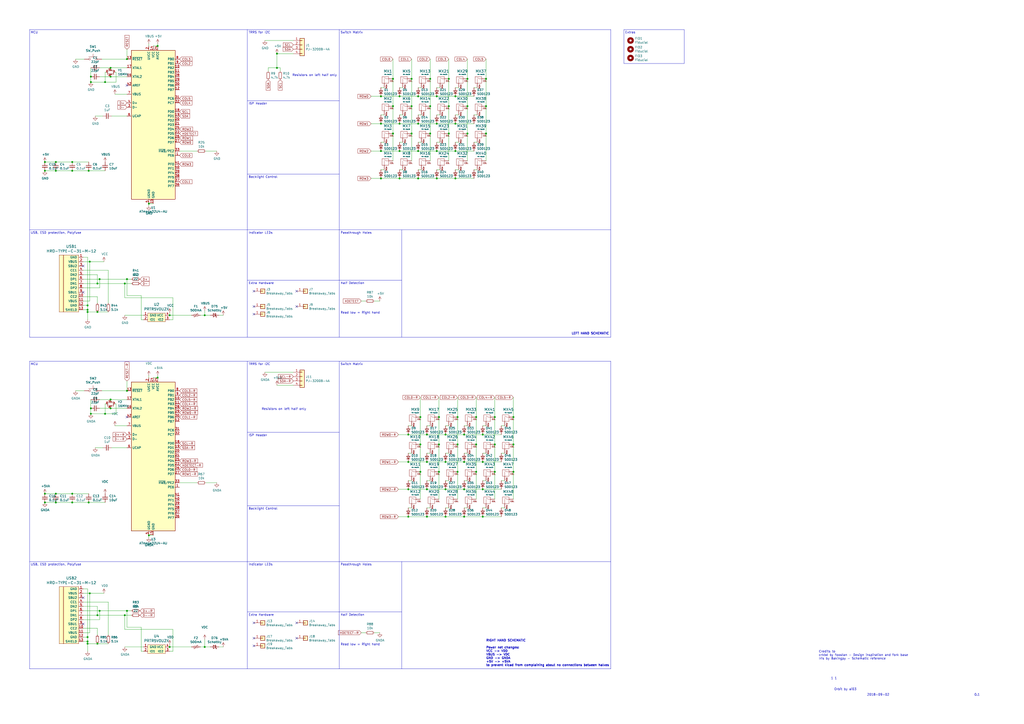
<source format=kicad_sch>
(kicad_sch (version 20230121) (generator eeschema)
  (paper "A2")
  (junction (at 260.35 45.72))
  (junction (at 297.815 257.81))
  (junction (at 231.775 71.755))
  (junction (at 253.365 87.63))
  (junction (at 242.57 103.505))
  (junction (at 52.705 47.625))
  (junction (at 236.855 252.095))
  (junction (at 258.445 299.72))
  (junction (at 276.225 273.685))
  (junction (at 297.815 273.685))
  (junction (at 280.035 252.095))
  (junction (at 287.02 273.685))
  (junction (at 231.775 55.88))
  (junction (at 220.98 87.63))
  (junction (at 276.225 257.81))
  (junction (at 242.57 71.755))
  (junction (at 73.66 226.695))
  (junction (at 64.135 39.37))
  (junction (at 160.655 39.37))
  (junction (at 254.635 241.935))
  (junction (at 220.98 103.505))
  (junction (at 247.65 267.97))
  (junction (at 56.515 373.38))
  (junction (at 281.94 45.72))
  (junction (at 260.35 77.47))
  (junction (at 26.035 99.06))
  (junction (at 57.785 354.33))
  (junction (at 91.44 26.67))
  (junction (at 56.515 356.87))
  (junction (at 52.705 236.855))
  (junction (at 50.8 372.11))
  (junction (at 281.94 77.47))
  (junction (at 57.785 161.925))
  (junction (at 265.43 241.935))
  (junction (at 52.07 151.765))
  (junction (at 118.745 182.88))
  (junction (at 56.515 180.975))
  (junction (at 41.91 99.06))
  (junction (at 41.91 291.465))
  (junction (at 242.57 87.63))
  (junction (at 26.035 291.465))
  (junction (at 118.745 375.285))
  (junction (at 265.43 273.685))
  (junction (at 98.425 182.88))
  (junction (at 269.24 267.97))
  (junction (at 258.445 283.845))
  (junction (at 254.635 257.81))
  (junction (at 72.39 164.465))
  (junction (at 231.775 87.63))
  (junction (at 60.96 240.03))
  (junction (at 249.555 77.47))
  (junction (at 247.65 299.72))
  (junction (at 50.8 177.165))
  (junction (at 264.16 103.505))
  (junction (at 50.8 369.57))
  (junction (at 258.445 252.095))
  (junction (at 254.635 273.685))
  (junction (at 280.035 299.72))
  (junction (at 264.16 87.63))
  (junction (at 249.555 61.595))
  (junction (at 60.96 47.625))
  (junction (at 287.02 257.81))
  (junction (at 73.66 354.33))
  (junction (at 269.24 283.845))
  (junction (at 243.84 257.81))
  (junction (at 236.855 267.97))
  (junction (at 247.65 283.845))
  (junction (at 297.815 241.935))
  (junction (at 253.365 55.88))
  (junction (at 64.135 236.855))
  (junction (at 52.705 44.45))
  (junction (at 281.94 61.595))
  (junction (at 72.39 356.87))
  (junction (at 50.8 180.975))
  (junction (at 52.07 344.17))
  (junction (at 260.35 61.595))
  (junction (at 242.57 55.88))
  (junction (at 51.435 99.06))
  (junction (at 243.84 273.685))
  (junction (at 238.76 45.72))
  (junction (at 52.705 240.03))
  (junction (at 32.385 291.465))
  (junction (at 271.145 45.72))
  (junction (at 265.43 257.81))
  (junction (at 280.035 283.845))
  (junction (at 269.24 299.72))
  (junction (at 287.02 241.935))
  (junction (at 227.965 77.47))
  (junction (at 32.385 286.385))
  (junction (at 64.135 44.45))
  (junction (at 73.66 34.29))
  (junction (at 64.135 231.775))
  (junction (at 247.65 252.095))
  (junction (at 280.035 267.97))
  (junction (at 269.24 252.095))
  (junction (at 276.225 241.935))
  (junction (at 41.91 93.98))
  (junction (at 249.555 45.72))
  (junction (at 220.98 71.755))
  (junction (at 253.365 71.755))
  (junction (at 238.76 77.47))
  (junction (at 98.425 375.285))
  (junction (at 271.145 77.47))
  (junction (at 86.36 118.11))
  (junction (at 51.435 291.465))
  (junction (at 243.84 241.935))
  (junction (at 264.16 55.88))
  (junction (at 32.385 99.06))
  (junction (at 231.775 103.505))
  (junction (at 227.965 45.72))
  (junction (at 236.855 283.845))
  (junction (at 56.515 164.465))
  (junction (at 227.965 61.595))
  (junction (at 220.98 55.88))
  (junction (at 91.44 219.075))
  (junction (at 253.365 103.505))
  (junction (at 26.035 286.385))
  (junction (at 264.16 71.755))
  (junction (at 50.8 179.705))
  (junction (at 271.145 61.595))
  (junction (at 86.36 310.515))
  (junction (at 238.76 61.595))
  (junction (at 236.855 299.72))
  (junction (at 50.8 373.38))
  (junction (at 41.91 286.385))
  (junction (at 32.385 93.98))
  (junction (at 73.66 161.925))
  (junction (at 160.655 31.115))
  (junction (at 26.035 93.98))
  (junction (at 258.445 267.97))
  (no_connect (at 48.26 169.545))
  (no_connect (at 48.26 346.71))
  (no_connect (at 147.32 361.315))
  (no_connect (at 147.32 182.245))
  (no_connect (at 147.32 370.205))
  (no_connect (at 48.26 154.305))
  (no_connect (at 73.66 49.53))
  (no_connect (at 73.66 241.935))
  (no_connect (at 48.26 361.95))
  (no_connect (at 147.32 374.65))
  (no_connect (at 147.32 177.8))
  (no_connect (at 172.085 168.91))
  (no_connect (at 172.085 177.8))
  (no_connect (at 147.32 168.91))
  (no_connect (at 172.085 361.315))
  (no_connect (at 172.085 370.205))
  (wire (pts (xy 62.865 368.3) (xy 62.865 349.25)))
  (wire (pts (xy 56.515 356.87) (xy 48.26 356.87)))
  (wire (pts (xy 114.3 280.035) (xy 104.14 280.035)))
  (wire (pts (xy 81.915 171.45) (xy 81.915 185.42)))
  (wire (pts (xy 64.135 39.37) (xy 57.785 39.37)))
  (wire (pts (xy 55.245 259.715) (xy 59.69 259.715)))
  (wire (pts (xy 160.655 39.37) (xy 155.575 39.37)))
  (wire (pts (xy 280.035 278.765) (xy 281.94 278.765)))
  (wire (pts (xy 48.26 159.385) (xy 56.515 159.385)))
  (wire (pts (xy 51.435 291.465) (xy 60.96 291.465)))
  (wire (pts (xy 100.33 377.825) (xy 98.425 377.825)))
  (wire (pts (xy 50.8 372.11) (xy 50.8 373.38)))
  (wire (pts (xy 60.96 240.03) (xy 60.96 234.315)))
  (wire (pts (xy 290.83 247.015) (xy 292.735 247.015)))
  (wire (pts (xy 265.43 230.505) (xy 265.43 241.935)))
  (wire (pts (xy 52.07 367.03) (xy 48.26 367.03)))
  (wire (pts (xy 242.57 103.505) (xy 231.775 103.505)))
  (wire (pts (xy 238.76 61.595) (xy 238.76 77.47)))
  (wire (pts (xy 258.445 283.845) (xy 269.24 283.845)))
  (wire (pts (xy 52.07 151.765) (xy 52.07 174.625)))
  (wire (pts (xy 269.24 247.015) (xy 271.145 247.015)))
  (wire (pts (xy 274.955 50.8) (xy 276.86 50.8)))
  (wire (pts (xy 72.39 182.88) (xy 83.185 182.88)))
  (wire (pts (xy 269.24 267.97) (xy 280.035 267.97)))
  (wire (pts (xy 67.31 41.91) (xy 67.31 47.625)))
  (wire (pts (xy 73.66 44.45) (xy 64.135 44.45)))
  (wire (pts (xy 253.365 71.755) (xy 264.16 71.755)))
  (wire (pts (xy 287.02 241.935) (xy 287.02 257.81)))
  (wire (pts (xy 98.425 375.285) (xy 111.125 375.285)))
  (wire (pts (xy 236.855 278.765) (xy 238.76 278.765)))
  (wire (pts (xy 57.785 161.925) (xy 73.66 161.925)))
  (wire (pts (xy 72.39 356.87) (xy 72.39 365.125)))
  (wire (pts (xy 60.96 99.06) (xy 51.435 99.06)))
  (polyline (pts (xy 196.85 209.55) (xy 196.85 387.985)))
  (wire (pts (xy 242.57 98.425) (xy 244.475 98.425)))
  (wire (pts (xy 118.745 375.285) (xy 116.205 375.285)))
  (wire (pts (xy 56.515 364.49) (xy 48.26 364.49)))
  (wire (pts (xy 62.865 349.25) (xy 48.26 349.25)))
  (wire (pts (xy 86.36 25.4) (xy 86.36 26.67)))
  (wire (pts (xy 236.855 267.97) (xy 247.65 267.97)))
  (wire (pts (xy 43.815 226.695) (xy 48.895 226.695)))
  (wire (pts (xy 231.775 55.88) (xy 220.98 55.88)))
  (wire (pts (xy 91.44 25.4) (xy 91.44 26.67)))
  (wire (pts (xy 236.855 262.89) (xy 238.76 262.89)))
  (wire (pts (xy 72.39 164.465) (xy 72.39 172.72)))
  (wire (pts (xy 280.035 294.64) (xy 281.94 294.64)))
  (wire (pts (xy 26.035 93.98) (xy 32.385 93.98)))
  (wire (pts (xy 57.785 44.45) (xy 64.135 44.45)))
  (wire (pts (xy 64.135 231.775) (xy 57.785 231.775)))
  (wire (pts (xy 264.16 82.55) (xy 266.065 82.55)))
  (wire (pts (xy 253.365 50.8) (xy 255.27 50.8)))
  (wire (pts (xy 88.9 26.67) (xy 91.44 26.67)))
  (wire (pts (xy 271.145 34.29) (xy 271.145 45.72)))
  (wire (pts (xy 220.98 98.425) (xy 222.885 98.425)))
  (wire (pts (xy 50.8 341.63) (xy 48.26 341.63)))
  (wire (pts (xy 64.135 39.37) (xy 73.66 39.37)))
  (wire (pts (xy 67.31 240.03) (xy 60.96 240.03)))
  (polyline (pts (xy 396.875 17.145) (xy 396.875 36.83)))
  (wire (pts (xy 269.24 283.845) (xy 280.035 283.845)))
  (wire (pts (xy 50.8 179.705) (xy 50.8 180.975)))
  (wire (pts (xy 81.915 185.42) (xy 83.185 185.42)))
  (wire (pts (xy 265.43 257.81) (xy 265.43 273.685)))
  (wire (pts (xy 52.07 344.17) (xy 60.325 344.17)))
  (wire (pts (xy 231.775 87.63) (xy 242.57 87.63)))
  (polyline (pts (xy 196.85 17.145) (xy 196.85 195.58)))
  (wire (pts (xy 249.555 34.29) (xy 249.555 45.72)))
  (wire (pts (xy 227.965 77.47) (xy 227.965 61.595)))
  (polyline (pts (xy 233.045 325.755) (xy 233.045 387.985)))
  (wire (pts (xy 220.98 87.63) (xy 231.775 87.63)))
  (wire (pts (xy 72.39 375.285) (xy 83.185 375.285)))
  (wire (pts (xy 56.515 180.975) (xy 50.8 180.975)))
  (wire (pts (xy 61.595 41.91) (xy 60.96 41.91)))
  (wire (pts (xy 260.35 77.47) (xy 260.35 61.595)))
  (wire (pts (xy 62.865 180.975) (xy 56.515 180.975)))
  (wire (pts (xy 72.39 356.87) (xy 56.515 356.87)))
  (wire (pts (xy 160.655 31.115) (xy 170.18 31.115)))
  (wire (pts (xy 287.02 230.505) (xy 287.02 241.935)))
  (wire (pts (xy 155.575 39.37) (xy 155.575 41.275)))
  (wire (pts (xy 290.83 262.89) (xy 292.735 262.89)))
  (wire (pts (xy 212.09 367.03) (xy 209.55 367.03)))
  (wire (pts (xy 274.955 103.505) (xy 264.16 103.505)))
  (wire (pts (xy 271.145 77.47) (xy 271.145 93.345)))
  (wire (pts (xy 231.775 82.55) (xy 233.68 82.55)))
  (wire (pts (xy 231.775 71.755) (xy 242.57 71.755)))
  (wire (pts (xy 215.265 87.63) (xy 220.98 87.63)))
  (wire (pts (xy 57.785 359.41) (xy 57.785 354.33)))
  (wire (pts (xy 98.425 374.015) (xy 98.425 375.285)))
  (wire (pts (xy 258.445 262.89) (xy 260.35 262.89)))
  (wire (pts (xy 231.775 50.8) (xy 233.68 50.8)))
  (wire (pts (xy 281.94 61.595) (xy 281.94 45.72)))
  (wire (pts (xy 48.26 369.57) (xy 50.8 369.57)))
  (wire (pts (xy 76.2 356.87) (xy 72.39 356.87)))
  (wire (pts (xy 52.705 231.775) (xy 52.705 236.855)))
  (wire (pts (xy 50.8 177.165) (xy 50.8 149.225)))
  (wire (pts (xy 247.65 283.845) (xy 258.445 283.845)))
  (wire (pts (xy 56.515 373.38) (xy 50.8 373.38)))
  (wire (pts (xy 258.445 294.64) (xy 260.35 294.64)))
  (wire (pts (xy 59.055 34.29) (xy 73.66 34.29)))
  (wire (pts (xy 247.65 267.97) (xy 258.445 267.97)))
  (wire (pts (xy 48.26 167.005) (xy 57.785 167.005)))
  (wire (pts (xy 276.225 241.935) (xy 276.225 230.505)))
  (wire (pts (xy 287.02 257.81) (xy 287.02 273.685)))
  (wire (pts (xy 73.66 28.575) (xy 73.66 34.29)))
  (wire (pts (xy 220.98 55.88) (xy 215.265 55.88)))
  (wire (pts (xy 41.91 286.385) (xy 51.435 286.385)))
  (wire (pts (xy 274.955 98.425) (xy 276.86 98.425)))
  (wire (pts (xy 160.655 223.52) (xy 170.18 223.52)))
  (polyline (pts (xy 354.33 17.145) (xy 354.33 195.58)))
  (polyline (pts (xy 396.875 36.83) (xy 361.95 36.83)))
  (wire (pts (xy 212.09 174.625) (xy 209.55 174.625)))
  (wire (pts (xy 220.98 103.505) (xy 215.265 103.505)))
  (polyline (pts (xy 233.045 133.35) (xy 233.045 195.58)))
  (wire (pts (xy 32.385 291.465) (xy 41.91 291.465)))
  (wire (pts (xy 264.16 66.675) (xy 266.065 66.675)))
  (wire (pts (xy 280.035 247.015) (xy 281.94 247.015)))
  (wire (pts (xy 243.84 257.81) (xy 243.84 241.935)))
  (wire (pts (xy 160.655 31.115) (xy 160.655 39.37)))
  (wire (pts (xy 253.365 87.63) (xy 264.16 87.63)))
  (wire (pts (xy 48.26 344.17) (xy 52.07 344.17)))
  (wire (pts (xy 129.54 375.285) (xy 127 375.285)))
  (wire (pts (xy 269.24 294.64) (xy 271.145 294.64)))
  (wire (pts (xy 243.84 289.56) (xy 243.84 273.685)))
  (wire (pts (xy 129.54 182.88) (xy 127 182.88)))
  (wire (pts (xy 274.955 82.55) (xy 276.86 82.55)))
  (wire (pts (xy 72.39 164.465) (xy 56.515 164.465)))
  (wire (pts (xy 52.705 240.03) (xy 60.96 240.03)))
  (wire (pts (xy 86.36 119.38) (xy 86.36 118.11)))
  (wire (pts (xy 247.65 299.72) (xy 236.855 299.72)))
  (wire (pts (xy 67.31 234.315) (xy 66.675 234.315)))
  (wire (pts (xy 290.83 252.095) (xy 280.035 252.095)))
  (wire (pts (xy 264.16 50.8) (xy 266.065 50.8)))
  (polyline (pts (xy 196.85 100.965) (xy 143.51 100.965)))
  (wire (pts (xy 236.855 252.095) (xy 231.14 252.095)))
  (wire (pts (xy 247.65 278.765) (xy 249.555 278.765)))
  (wire (pts (xy 238.76 34.29) (xy 238.76 45.72)))
  (wire (pts (xy 227.965 45.72) (xy 227.965 34.29)))
  (wire (pts (xy 160.655 39.37) (xy 162.56 39.37)))
  (polyline (pts (xy 17.145 209.55) (xy 17.145 387.985)))
  (wire (pts (xy 276.225 273.685) (xy 276.225 257.81)))
  (wire (pts (xy 215.265 71.755) (xy 220.98 71.755)))
  (wire (pts (xy 73.66 161.925) (xy 76.2 161.925)))
  (wire (pts (xy 297.815 241.935) (xy 297.815 230.505)))
  (wire (pts (xy 50.8 372.11) (xy 48.26 372.11)))
  (wire (pts (xy 254.635 230.505) (xy 254.635 241.935)))
  (wire (pts (xy 64.77 259.715) (xy 73.66 259.715)))
  (wire (pts (xy 64.77 67.31) (xy 73.66 67.31)))
  (wire (pts (xy 297.815 257.81) (xy 297.815 241.935)))
  (wire (pts (xy 76.2 164.465) (xy 72.39 164.465)))
  (wire (pts (xy 52.705 39.37) (xy 52.705 44.45)))
  (wire (pts (xy 220.98 71.755) (xy 231.775 71.755)))
  (wire (pts (xy 260.35 45.72) (xy 260.35 34.29)))
  (wire (pts (xy 162.56 39.37) (xy 162.56 41.275)))
  (wire (pts (xy 57.785 167.005) (xy 57.785 161.925)))
  (wire (pts (xy 50.8 149.225) (xy 48.26 149.225)))
  (wire (pts (xy 247.65 294.64) (xy 249.555 294.64)))
  (wire (pts (xy 73.66 354.33) (xy 73.66 363.855)))
  (wire (pts (xy 64.135 231.775) (xy 73.66 231.775)))
  (wire (pts (xy 290.83 294.64) (xy 292.735 294.64)))
  (wire (pts (xy 264.16 98.425) (xy 266.065 98.425)))
  (wire (pts (xy 100.33 172.72) (xy 100.33 185.42)))
  (wire (pts (xy 86.36 217.805) (xy 86.36 219.075)))
  (wire (pts (xy 50.8 179.705) (xy 48.26 179.705)))
  (wire (pts (xy 243.84 273.685) (xy 243.84 257.81)))
  (wire (pts (xy 254.635 273.685) (xy 254.635 289.56)))
  (wire (pts (xy 281.94 77.47) (xy 281.94 61.595)))
  (wire (pts (xy 62.865 175.895) (xy 62.865 156.845)))
  (wire (pts (xy 118.745 180.34) (xy 118.745 182.88)))
  (polyline (pts (xy 143.51 250.825) (xy 196.85 250.825)))
  (wire (pts (xy 52.705 236.855) (xy 52.705 240.03)))
  (wire (pts (xy 26.035 99.06) (xy 32.385 99.06)))
  (wire (pts (xy 281.94 45.72) (xy 281.94 34.29)))
  (polyline (pts (xy 17.145 325.755) (xy 354.33 325.755)))
  (wire (pts (xy 236.855 294.64) (xy 238.76 294.64)))
  (polyline (pts (xy 17.145 133.35) (xy 354.33 133.35)))
  (wire (pts (xy 274.955 55.88) (xy 264.16 55.88)))
  (wire (pts (xy 41.91 99.06) (xy 51.435 99.06)))
  (wire (pts (xy 276.225 289.56) (xy 276.225 273.685)))
  (wire (pts (xy 264.16 55.88) (xy 253.365 55.88)))
  (wire (pts (xy 52.07 174.625) (xy 48.26 174.625)))
  (wire (pts (xy 32.385 99.06) (xy 41.91 99.06)))
  (wire (pts (xy 276.225 257.81) (xy 276.225 241.935)))
  (wire (pts (xy 253.365 98.425) (xy 255.27 98.425)))
  (wire (pts (xy 91.44 217.805) (xy 91.44 219.075)))
  (wire (pts (xy 247.65 252.095) (xy 236.855 252.095)))
  (wire (pts (xy 48.26 359.41) (xy 57.785 359.41)))
  (wire (pts (xy 258.445 278.765) (xy 260.35 278.765)))
  (wire (pts (xy 280.035 252.095) (xy 269.24 252.095)))
  (wire (pts (xy 220.98 82.55) (xy 222.885 82.55)))
  (wire (pts (xy 32.385 286.385) (xy 41.91 286.385)))
  (wire (pts (xy 81.915 363.855) (xy 81.915 377.825)))
  (wire (pts (xy 264.16 71.755) (xy 274.955 71.755)))
  (wire (pts (xy 66.675 247.015) (xy 73.66 247.015)))
  (wire (pts (xy 236.855 247.015) (xy 238.76 247.015)))
  (polyline (pts (xy 17.145 195.58) (xy 354.33 195.58)))
  (polyline (pts (xy 361.95 17.145) (xy 396.875 17.145)))
  (wire (pts (xy 88.9 219.075) (xy 91.44 219.075)))
  (polyline (pts (xy 143.51 209.55) (xy 143.51 387.985)))
  (wire (pts (xy 247.65 262.89) (xy 249.555 262.89)))
  (wire (pts (xy 60.96 47.625) (xy 60.96 41.91)))
  (wire (pts (xy 61.595 234.315) (xy 60.96 234.315)))
  (wire (pts (xy 121.92 182.88) (xy 118.745 182.88)))
  (wire (pts (xy 220.345 367.03) (xy 217.17 367.03)))
  (wire (pts (xy 52.705 47.625) (xy 60.96 47.625)))
  (wire (pts (xy 50.8 369.57) (xy 50.8 341.63)))
  (wire (pts (xy 50.8 180.975) (xy 50.8 185.42)))
  (wire (pts (xy 258.445 299.72) (xy 247.65 299.72)))
  (wire (pts (xy 86.36 118.11) (xy 88.9 118.11)))
  (wire (pts (xy 231.775 66.675) (xy 233.68 66.675)))
  (wire (pts (xy 50.8 369.57) (xy 50.8 372.11)))
  (wire (pts (xy 56.515 351.79) (xy 56.515 356.87)))
  (wire (pts (xy 236.855 299.72) (xy 231.14 299.72)))
  (wire (pts (xy 253.365 55.88) (xy 242.57 55.88)))
  (wire (pts (xy 62.865 373.38) (xy 56.515 373.38)))
  (wire (pts (xy 56.515 172.085) (xy 48.26 172.085)))
  (wire (pts (xy 281.94 93.345) (xy 281.94 77.47)))
  (wire (pts (xy 98.425 182.88) (xy 111.125 182.88)))
  (wire (pts (xy 153.67 215.9) (xy 170.18 215.9)))
  (wire (pts (xy 62.865 156.845) (xy 48.26 156.845)))
  (wire (pts (xy 280.035 299.72) (xy 269.24 299.72)))
  (wire (pts (xy 297.815 289.56) (xy 297.815 273.685)))
  (wire (pts (xy 290.83 278.765) (xy 292.735 278.765)))
  (wire (pts (xy 227.965 93.345) (xy 227.965 77.47)))
  (wire (pts (xy 59.055 226.695) (xy 73.66 226.695)))
  (wire (pts (xy 67.31 41.91) (xy 66.675 41.91)))
  (wire (pts (xy 264.16 87.63) (xy 274.955 87.63)))
  (wire (pts (xy 290.83 299.72) (xy 280.035 299.72)))
  (wire (pts (xy 249.555 77.47) (xy 249.555 93.345)))
  (wire (pts (xy 242.57 55.88) (xy 231.775 55.88)))
  (polyline (pts (xy 17.145 387.985) (xy 354.33 387.985)))
  (wire (pts (xy 57.785 236.855) (xy 64.135 236.855)))
  (wire (pts (xy 269.24 278.765) (xy 271.145 278.765)))
  (polyline (pts (xy 143.51 58.42) (xy 196.85 58.42)))
  (wire (pts (xy 26.035 291.465) (xy 32.385 291.465)))
  (wire (pts (xy 220.345 174.625) (xy 217.17 174.625)))
  (wire (pts (xy 253.365 82.55) (xy 255.27 82.55)))
  (wire (pts (xy 242.57 66.675) (xy 244.475 66.675)))
  (wire (pts (xy 231.775 98.425) (xy 233.68 98.425)))
  (wire (pts (xy 125.73 280.035) (xy 119.38 280.035)))
  (wire (pts (xy 73.66 220.98) (xy 73.66 226.695)))
  (wire (pts (xy 66.675 54.61) (xy 73.66 54.61)))
  (polyline (pts (xy 17.145 17.145) (xy 17.145 195.58)))
  (wire (pts (xy 50.8 177.165) (xy 50.8 179.705)))
  (wire (pts (xy 50.8 373.38) (xy 50.8 377.825)))
  (wire (pts (xy 269.24 262.89) (xy 271.145 262.89)))
  (wire (pts (xy 73.66 236.855) (xy 64.135 236.855)))
  (wire (pts (xy 56.515 175.895) (xy 56.515 172.085)))
  (wire (pts (xy 72.39 172.72) (xy 100.33 172.72)))
  (wire (pts (xy 249.555 45.72) (xy 249.555 61.595)))
  (polyline (pts (xy 361.95 17.145) (xy 361.95 36.83)))
  (wire (pts (xy 254.635 241.935) (xy 254.635 257.81)))
  (polyline (pts (xy 143.51 162.56) (xy 233.045 162.56)))
  (wire (pts (xy 280.035 267.97) (xy 290.83 267.97)))
  (wire (pts (xy 271.145 61.595) (xy 271.145 77.47)))
  (wire (pts (xy 280.035 262.89) (xy 281.94 262.89)))
  (wire (pts (xy 242.57 71.755) (xy 253.365 71.755)))
  (wire (pts (xy 26.035 286.385) (xy 32.385 286.385)))
  (wire (pts (xy 56.515 368.3) (xy 56.515 364.49)))
  (wire (pts (xy 67.31 47.625) (xy 60.96 47.625)))
  (wire (pts (xy 269.24 299.72) (xy 258.445 299.72)))
  (wire (pts (xy 265.43 273.685) (xy 265.43 289.56)))
  (wire (pts (xy 254.635 257.81) (xy 254.635 273.685)))
  (polyline (pts (xy 354.33 209.55) (xy 354.33 387.985)))
  (wire (pts (xy 72.39 365.125) (xy 100.33 365.125)))
  (wire (pts (xy 249.555 61.595) (xy 249.555 77.47)))
  (wire (pts (xy 242.57 87.63) (xy 253.365 87.63)))
  (wire (pts (xy 269.24 252.095) (xy 258.445 252.095)))
  (wire (pts (xy 125.73 87.63) (xy 119.38 87.63)))
  (wire (pts (xy 56.515 159.385) (xy 56.515 164.465)))
  (wire (pts (xy 265.43 241.935) (xy 265.43 257.81)))
  (wire (pts (xy 236.855 283.845) (xy 247.65 283.845)))
  (wire (pts (xy 253.365 66.675) (xy 255.27 66.675)))
  (wire (pts (xy 271.145 45.72) (xy 271.145 61.595)))
  (wire (pts (xy 48.26 351.79) (xy 56.515 351.79)))
  (wire (pts (xy 56.515 164.465) (xy 48.26 164.465)))
  (wire (pts (xy 242.57 82.55) (xy 244.475 82.55)))
  (wire (pts (xy 41.91 93.98) (xy 51.435 93.98)))
  (wire (pts (xy 57.785 354.33) (xy 48.26 354.33)))
  (wire (pts (xy 260.35 93.345) (xy 260.35 77.47)))
  (wire (pts (xy 287.02 273.685) (xy 287.02 289.56)))
  (wire (pts (xy 253.365 103.505) (xy 242.57 103.505)))
  (wire (pts (xy 280.035 283.845) (xy 290.83 283.845)))
  (wire (pts (xy 297.815 273.685) (xy 297.815 257.81)))
  (wire (pts (xy 242.57 50.8) (xy 244.475 50.8)))
  (wire (pts (xy 57.785 354.33) (xy 73.66 354.33)))
  (wire (pts (xy 100.33 185.42) (xy 98.425 185.42)))
  (wire (pts (xy 73.66 363.855) (xy 81.915 363.855)))
  (wire (pts (xy 231.14 283.845) (xy 236.855 283.845)))
  (wire (pts (xy 86.36 311.785) (xy 86.36 310.515)))
  (wire (pts (xy 55.245 67.31) (xy 59.69 67.31)))
  (wire (pts (xy 238.76 45.72) (xy 238.76 61.595)))
  (wire (pts (xy 220.98 50.8) (xy 222.885 50.8)))
  (wire (pts (xy 238.76 77.47) (xy 238.76 93.345)))
  (wire (pts (xy 100.33 365.125) (xy 100.33 377.825)))
  (wire (pts (xy 73.66 161.925) (xy 73.66 171.45)))
  (wire (pts (xy 48.26 177.165) (xy 50.8 177.165)))
  (wire (pts (xy 32.385 93.98) (xy 41.91 93.98)))
  (wire (pts (xy 52.705 44.45) (xy 52.705 47.625)))
  (wire (pts (xy 118.745 182.88) (xy 116.205 182.88)))
  (wire (pts (xy 121.92 375.285) (xy 118.745 375.285)))
  (wire (pts (xy 153.67 23.495) (xy 170.18 23.495)))
  (wire (pts (xy 260.35 61.595) (xy 260.35 45.72)))
  (wire (pts (xy 41.91 291.465) (xy 51.435 291.465)))
  (wire (pts (xy 81.915 377.825) (xy 83.185 377.825)))
  (wire (pts (xy 52.07 151.765) (xy 60.325 151.765)))
  (wire (pts (xy 258.445 252.095) (xy 247.65 252.095)))
  (polyline (pts (xy 17.145 209.55) (xy 354.33 209.55)))
  (wire (pts (xy 274.955 66.675) (xy 276.86 66.675)))
  (wire (pts (xy 258.445 247.015) (xy 260.35 247.015)))
  (wire (pts (xy 231.14 267.97) (xy 236.855 267.97)))
  (wire (pts (xy 52.07 344.17) (xy 52.07 367.03)))
  (wire (pts (xy 86.36 310.515) (xy 88.9 310.515)))
  (wire (pts (xy 227.965 61.595) (xy 227.965 45.72)))
  (wire (pts (xy 43.815 34.29) (xy 48.895 34.29)))
  (wire (pts (xy 114.3 87.63) (xy 104.14 87.63)))
  (polyline (pts (xy 17.145 17.145) (xy 354.33 17.145)))
  (polyline (pts (xy 143.51 17.145) (xy 143.51 195.58)))
  (wire (pts (xy 73.66 171.45) (xy 81.915 171.45)))
  (wire (pts (xy 118.745 370.84) (xy 118.745 375.285)))
  (wire (pts (xy 258.445 267.97) (xy 269.24 267.97)))
  (wire (pts (xy 98.425 181.61) (xy 98.425 182.88)))
  (wire (pts (xy 264.16 103.505) (xy 253.365 103.505)))
  (polyline (pts (xy 143.51 354.965) (xy 233.045 354.965)))
  (wire (pts (xy 243.84 241.935) (xy 243.84 230.505)))
  (wire (pts (xy 220.98 66.675) (xy 222.885 66.675)))
  (wire (pts (xy 231.775 103.505) (xy 220.98 103.505)))
  (wire (pts (xy 57.785 161.925) (xy 48.26 161.925)))
  (polyline (pts (xy 196.85 293.37) (xy 143.51 293.37)))
  (wire (pts (xy 67.31 234.315) (xy 67.31 240.03)))
  (wire (pts (xy 247.65 247.015) (xy 249.555 247.015)))
  (wire (pts (xy 48.26 151.765) (xy 52.07 151.765)))
  (wire (pts (xy 73.66 354.33) (xy 76.2 354.33)))
  (text "Half Detection" (at 197.485 165.1 0) (effects (font (size 1.27 1.27)) (justify left bottom)))
  (text "Orbit by ai03" (at 483.87 400.685 0) (effects (font (size 1.27 1.27)) (justify left bottom)))
  (text "Passthrough Holes" (at 197.485 135.89 0) (effects (font (size 1.27 1.27)) (justify left bottom)))
  (text "Extras" (at 362.585 19.685 0) (effects (font (size 1.27 1.27)) (justify left bottom)))
  (text "ISP Header\n" (at 144.145 60.96 0) (effects (font (size 1.27 1.27)) (justify left bottom)))
  (text "MCU\n" (at 17.78 212.09 0) (effects (font (size 1.27 1.27)) (justify left bottom)))
  (text "Read low = Right hand" (at 197.485 182.245 0) (effects (font (size 1.27 1.27)) (justify left bottom)))
  (text "Resistors on left half only" (at 169.545 44.45 0) (effects (font (size 1.27 1.27)) (justify left bottom)))
  (text "USB, ESD protection, Polyfuse" (at 17.78 135.89 0) (effects (font (size 1.27 1.27)) (justify left bottom)))
  (text "2018-09-02" (at 502.92 403.86 0) (effects (font (size 1.27 1.27)) (justify left bottom)))
  (text "Credits to \ncrkbd by foostan - Design inspiration and fork base\nIris by Bakingpy - Schematic reference" (at 474.98 382.905 0) (effects (font (size 1.27 1.27)) (justify left bottom)))
  (text "Resistors on left half only" (at 151.765 238.125 0) (effects (font (size 1.27 1.27)) (justify left bottom)))
  (text "MCU\n" (at 17.78 19.685 0) (effects (font (size 1.27 1.27)) (justify left bottom)))
  (text "Read low = Right hand" (at 197.485 374.65 0) (effects (font (size 1.27 1.27)) (justify left bottom)))
  (text "TRRS for I2C" (at 144.145 19.685 0) (effects (font (size 1.27 1.27)) (justify left bottom)))
  (text "0.1" (at 565.15 403.86 0) (effects (font (size 1.27 1.27)) (justify left bottom)))
  (text "Extra Hardware" (at 144.145 165.1 0) (effects (font (size 1.27 1.27)) (justify left bottom)))
  (text "Switch Matrix\n" (at 197.485 19.685 0) (effects (font (size 1.27 1.27)) (justify left bottom)))
  (text "TRRS for I2C" (at 144.145 212.09 0) (effects (font (size 1.27 1.27)) (justify left bottom)))
  (text "1 1" (at 481.965 394.335 0) (effects (font (size 1.27 1.27)) (justify left bottom)))
  (text "Indicator LEDs\n" (at 144.145 135.89 0) (effects (font (size 1.27 1.27)) (justify left bottom)))
  (text "Extra Hardware" (at 144.145 357.505 0) (effects (font (size 1.27 1.27)) (justify left bottom)))
  (text "Passthrough Holes\n" (at 197.485 328.295 0) (effects (font (size 1.27 1.27)) (justify left bottom)))
  (text "Indicator LEDs\n" (at 144.145 328.295 0) (effects (font (size 1.27 1.27)) (justify left bottom)))
  (text "Backlight Control" (at 144.145 295.91 0) (effects (font (size 1.27 1.27)) (justify left bottom)))
  (text "Half Detection" (at 197.485 357.505 0) (effects (font (size 1.27 1.27)) (justify left bottom)))
  (text "USB, ESD protection, Polyfuse" (at 17.78 328.295 0) (effects (font (size 1.27 1.27)) (justify left bottom)))
  (text "ISP Header\n" (at 144.145 253.365 0) (effects (font (size 1.27 1.27)) (justify left bottom)))
  (text "LEFT HAND SCHEMATIC" (at 331.47 194.31 0) (effects (font (size 1.27 1.27) (thickness 0.254) bold) (justify left bottom)))
  (text "Switch Matrix\n" (at 197.485 212.09 0) (effects (font (size 1.27 1.27)) (justify left bottom)))
  (text "Backlight Control" (at 144.145 103.505 0) (effects (font (size 1.27 1.27)) (justify left bottom)))
  (text "RIGHT HAND SCHEMATIC\n\nPower net changes:\nVCC -> VDD\nVBUS -> VDC\nGND -> GNDA\n+5V -> +5VA\nto prevent kicad from complaining about no connections between halves" (at 281.94 386.715 0) (effects (font (size 1.27 1.27) (thickness 0.254) bold) (justify left bottom)))
  (global_label "ROW0" (shape input) (at 215.265 55.88 180) (property "Intersheetrefs" "${INTERSHEET_REFS}" (effects hide)))
  (global_label "SDA" (shape input) (at 104.14 67.31 0) (property "Intersheetrefs" "${INTERSHEET_REFS}" (effects hide)))
  (global_label "ROW3" (shape input) (at 215.265 103.505 180) (property "Intersheetrefs" "${INTERSHEET_REFS}" (effects hide)))
  (global_label "COL4-R" (shape input) (at 104.14 234.315 0) (property "Intersheetrefs" "${INTERSHEET_REFS}" (effects hide)))
  (global_label "COL0-R" (shape input) (at 243.84 230.505 180) (property "Intersheetrefs" "${INTERSHEET_REFS}" (effects hide)))
  (global_label "COL4" (shape input) (at 104.14 59.69 0) (property "Intersheetrefs" "${INTERSHEET_REFS}" (effects hide)))
  (global_label "D+-R" (shape input) (at 73.66 252.095 180) (property "Intersheetrefs" "${INTERSHEET_REFS}" (effects hide)))
  (global_label "COL2" (shape input) (at 104.14 36.83 0) (property "Intersheetrefs" "${INTERSHEET_REFS}" (effects hide)))
  (global_label "ROW3" (shape input) (at 104.14 95.25 0) (property "Intersheetrefs" "${INTERSHEET_REFS}" (effects hide)))
  (global_label "COL0-R" (shape input) (at 104.14 272.415 0) (property "Intersheetrefs" "${INTERSHEET_REFS}" (effects hide)))
  (global_label "ROW3-R" (shape input) (at 231.14 299.72 180) (property "Intersheetrefs" "${INTERSHEET_REFS}" (effects hide)))
  (global_label "HDETECT-R" (shape input) (at 104.14 269.875 0) (property "Intersheetrefs" "${INTERSHEET_REFS}" (effects hide)))
  (global_label "D--R" (shape input) (at 81.28 356.87 0) (property "Intersheetrefs" "${INTERSHEET_REFS}" (effects hide)))
  (global_label "D+-R" (shape input) (at 81.28 354.33 0) (property "Intersheetrefs" "${INTERSHEET_REFS}" (effects hide)))
  (global_label "COL1" (shape input) (at 238.76 34.29 180) (property "Intersheetrefs" "${INTERSHEET_REFS}" (effects hide)))
  (global_label "D+" (shape input) (at 73.66 59.69 180) (property "Intersheetrefs" "${INTERSHEET_REFS}" (effects hide)))
  (global_label "SCL" (shape input) (at 162.56 46.355 270) (property "Intersheetrefs" "${INTERSHEET_REFS}" (effects hide)))
  (global_label "COL3" (shape input) (at 104.14 34.29 0) (property "Intersheetrefs" "${INTERSHEET_REFS}" (effects hide)))
  (global_label "ROW0-R" (shape input) (at 231.14 252.095 180) (property "Intersheetrefs" "${INTERSHEET_REFS}" (effects hide)))
  (global_label "D+" (shape input) (at 81.28 161.925 0) (property "Intersheetrefs" "${INTERSHEET_REFS}" (effects hide)))
  (global_label "COL5-R" (shape input) (at 297.815 230.505 180) (property "Intersheetrefs" "${INTERSHEET_REFS}" (effects hide)))
  (global_label "ROW0-R" (shape input) (at 104.14 239.395 0) (property "Intersheetrefs" "${INTERSHEET_REFS}" (effects hide)))
  (global_label "D-" (shape input) (at 73.66 62.23 180) (property "Intersheetrefs" "${INTERSHEET_REFS}" (effects hide)))
  (global_label "HDETECT-R" (shape input) (at 209.55 367.03 180) (property "Intersheetrefs" "${INTERSHEET_REFS}" (effects hide)))
  (global_label "SCL-R" (shape input) (at 170.18 218.44 180) (property "Intersheetrefs" "${INTERSHEET_REFS}" (effects hide)))
  (global_label "HDETECT" (shape input) (at 104.14 77.47 0) (property "Intersheetrefs" "${INTERSHEET_REFS}" (effects hide)))
  (global_label "SDA-R" (shape input) (at 104.14 259.715 0) (property "Intersheetrefs" "${INTERSHEET_REFS}" (effects hide)))
  (global_label "ROW1" (shape input) (at 104.14 80.01 0) (property "Intersheetrefs" "${INTERSHEET_REFS}" (effects hide)))
  (global_label "SDA" (shape input) (at 155.575 46.355 270) (property "Intersheetrefs" "${INTERSHEET_REFS}" (effects hide)))
  (global_label "D--R" (shape input) (at 73.66 254.635 180) (property "Intersheetrefs" "${INTERSHEET_REFS}" (effects hide)))
  (global_label "SCL" (shape input) (at 104.14 64.77 0) (property "Intersheetrefs" "${INTERSHEET_REFS}" (effects hide)))
  (global_label "COL5-R" (shape input) (at 104.14 231.775 0) (property "Intersheetrefs" "${INTERSHEET_REFS}" (effects hide)))
  (global_label "COL4-R" (shape input) (at 287.02 230.505 180) (property "Intersheetrefs" "${INTERSHEET_REFS}" (effects hide)))
  (global_label "HDETECT" (shape input) (at 209.55 174.625 180) (property "Intersheetrefs" "${INTERSHEET_REFS}" (effects hide)))
  (global_label "ROW2-R" (shape input) (at 104.14 236.855 0) (property "Intersheetrefs" "${INTERSHEET_REFS}" (effects hide)))
  (global_label "SCL" (shape input) (at 170.18 26.035 180) (property "Intersheetrefs" "${INTERSHEET_REFS}" (effects hide)))
  (global_label "COL2" (shape input) (at 249.555 34.29 180) (property "Intersheetrefs" "${INTERSHEET_REFS}" (effects hide)))
  (global_label "COL1-R" (shape input) (at 254.635 230.505 180) (property "Intersheetrefs" "${INTERSHEET_REFS}" (effects hide)))
  (global_label "COL3-R" (shape input) (at 276.225 230.505 180) (property "Intersheetrefs" "${INTERSHEET_REFS}" (effects hide)))
  (global_label "D-" (shape input) (at 81.28 164.465 0) (property "Intersheetrefs" "${INTERSHEET_REFS}" (effects hide)))
  (global_label "ROW1-R" (shape input) (at 104.14 274.955 0) (property "Intersheetrefs" "${INTERSHEET_REFS}" (effects hide)))
  (global_label "COL4" (shape input) (at 271.145 34.29 180) (property "Intersheetrefs" "${INTERSHEET_REFS}" (effects hide)))
  (global_label "COL0" (shape input) (at 227.965 34.29 180) (property "Intersheetrefs" "${INTERSHEET_REFS}" (effects hide)))
  (global_label "SDA-R" (shape input) (at 170.18 220.98 180) (property "Intersheetrefs" "${INTERSHEET_REFS}" (effects hide)))
  (global_label "COL3" (shape input) (at 260.35 34.29 180) (property "Intersheetrefs" "${INTERSHEET_REFS}" (effects hide)))
  (global_label "COL1-R" (shape input) (at 104.14 241.935 0) (property "Intersheetrefs" "${INTERSHEET_REFS}" (effects hide)))
  (global_label "COL3-R" (shape input) (at 104.14 226.695 0) (property "Intersheetrefs" "${INTERSHEET_REFS}" (effects hide)))
  (global_label "ROW3-R" (shape input) (at 104.14 267.335 0) (property "Intersheetrefs" "${INTERSHEET_REFS}" (effects hide)))
  (global_label "RESET" (shape input) (at 73.66 28.575 90) (property "Intersheetrefs" "${INTERSHEET_REFS}" (effects hide)))
  (global_label "COL0" (shape input) (at 104.14 90.17 0) (property "Intersheetrefs" "${INTERSHEET_REFS}" (effects hide)))
  (global_label "COL5" (shape input) (at 281.94 34.29 180) (property "Intersheetrefs" "${INTERSHEET_REFS}" (effects hide)))
  (global_label "COL2-R" (shape input) (at 104.14 229.235 0) (property "Intersheetrefs" "${INTERSHEET_REFS}" (effects hide)))
  (global_label "ROW0" (shape input) (at 104.14 82.55 0) (property "Intersheetrefs" "${INTERSHEET_REFS}" (effects hide)))
  (global_label "RESET-R" (shape input) (at 73.66 220.98 90) (property "Intersheetrefs" "${INTERSHEET_REFS}" (effects hide)))
  (global_label "ROW1" (shape input) (at 215.265 71.755 180) (property "Intersheetrefs" "${INTERSHEET_REFS}" (effects hide)))
  (global_label "SDA" (shape input) (at 170.18 28.575 180) (property "Intersheetrefs" "${INTERSHEET_REFS}" (effects hide)))
  (global_label "COL2-R" (shape input) (at 265.43 230.505 180) (property "Intersheetrefs" "${INTERSHEET_REFS}" (effects hide)))
  (global_label "ROW2" (shape input) (at 215.265 87.63 180) (property "Intersheetrefs" "${INTERSHEET_REFS}" (effects hide)))
  (global_label "ROW1-R" (shape input) (at 231.14 267.97 180) (property "Intersheetrefs" "${INTERSHEET_REFS}" (effects hide)))
  (global_label "ROW2-R" (shape input) (at 231.14 283.845 180) (property "Intersheetrefs" "${INTERSHEET_REFS}" (effects hide)))
  (global_label "COL5" (shape input) (at 104.14 57.15 0) (property "Intersheetrefs" "${INTERSHEET_REFS}" (effects hide)))
  (global_label "ROW2" (shape input) (at 104.14 74.93 0) (property "Intersheetrefs" "${INTERSHEET_REFS}" (effects hide)))
  (global_label "COL1" (shape input) (at 104.14 105.41 0) (property "Intersheetrefs" "${INTERSHEET_REFS}" (effects hide)))
  (global_label "SCL-R" (shape input) (at 104.14 257.175 0) (property "Intersheetrefs" "${INTERSHEET_REFS}" (effects hide)))
  (symbol (lib_id "power:+5V") (at 91.44 25.4 0) (unit 1)
    (property "Reference" "#PWR0101" (effects hide))
    (property "Value" "+5V" (at 91.821 21.0058 0))
  )
  (symbol (lib_id "power:GND") (at 86.36 119.38 0) (unit 1)
    (property "Reference" "#PWR0102" (effects hide))
    (property "Value" "GND" (at 86.487 123.7742 0))
  )
  (symbol (lib_id "Device:R_Small") (at 116.84 87.63 270) (unit 1)
    (property "Reference" "R25" (at 116.84 82.6516 90))
    (property "Value" "10k" (at 116.84 84.963 90))
    (property "Footprint" "Resistor_SMD:R_0603_1608Metric" (effects hide))
  )
  (symbol (lib_id "power:GND") (at 125.73 87.63 0) (unit 1)
    (property "Reference" "#PWR0103" (effects hide))
    (property "Value" "GND" (at 125.857 92.0242 0))
  )
  (symbol (lib_id "Switch:SW_Push") (at 53.975 34.29 0) (unit 1)
    (property "Reference" "SW1" (at 53.975 27.051 0))
    (property "Value" "SW_Push" (at 53.975 29.3624 0))
    (property "Footprint" "locallib:SKQGADE010" (effects hide))
  )
  (symbol (lib_id "power:GND") (at 43.815 34.29 0) (unit 1)
    (property "Reference" "#PWR0105" (effects hide))
    (property "Value" "GND" (at 43.942 38.6842 0))
  )
  (symbol (lib_id "Device:Crystal_GND24_Small") (at 64.135 41.91 270) (unit 1)
    (property "Reference" "Y1" (at 68.3514 40.7416 90) (effects (justify left)))
    (property "Value" "16MHz" (at 68.3514 43.053 90) (effects (justify left)))
    (property "Footprint" "Crystal:Crystal_SMD_3225-4Pin_3.2x2.5mm" (effects hide))
  )
  (symbol (lib_id "Device:C_Small") (at 55.245 39.37 270) (unit 1)
    (property "Reference" "C1" (at 55.245 33.5534 90))
    (property "Value" "22pF" (at 55.245 35.8648 90))
    (property "Footprint" "Capacitor_SMD:C_0603_1608Metric" (effects hide))
  )
  (symbol (lib_id "Device:C_Small") (at 55.245 44.45 270) (unit 1)
    (property "Reference" "C2" (at 55.245 38.6334 90))
    (property "Value" "22pF" (at 55.245 40.9448 90))
    (property "Footprint" "Capacitor_SMD:C_0603_1608Metric" (effects hide))
  )
  (symbol (lib_id "power:GND") (at 52.705 47.625 0) (unit 1)
    (property "Reference" "#PWR0106" (effects hide))
    (property "Value" "GND" (at 52.832 52.0192 0))
  )
  (symbol (lib_id "Device:C_Small") (at 62.23 67.31 270) (unit 1)
    (property "Reference" "C3" (at 62.23 61.4934 90))
    (property "Value" "1uF" (at 62.23 63.8048 90))
    (property "Footprint" "Capacitor_SMD:C_0603_1608Metric" (effects hide))
  )
  (symbol (lib_id "power:GND") (at 55.245 67.31 0) (unit 1)
    (property "Reference" "#PWR0108" (effects hide))
    (property "Value" "GND" (at 55.372 71.7042 0))
  )
  (symbol (lib_id "Device:C_Small") (at 32.385 96.52 0) (unit 1)
    (property "Reference" "C4" (at 34.7218 95.3516 0) (effects (justify left)))
    (property "Value" "0.1uF" (at 34.7218 97.663 0) (effects (justify left)))
    (property "Footprint" "Capacitor_SMD:C_0603_1608Metric" (effects hide))
  )
  (symbol (lib_id "Device:C_Small") (at 41.91 96.52 0) (unit 1)
    (property "Reference" "C5" (at 44.2468 95.3516 0) (effects (justify left)))
    (property "Value" "0.1uF" (at 44.2468 97.663 0) (effects (justify left)))
    (property "Footprint" "Capacitor_SMD:C_0603_1608Metric" (effects hide))
  )
  (symbol (lib_id "Device:C_Small") (at 51.435 96.52 0) (unit 1)
    (property "Reference" "C6" (at 53.7718 95.3516 0) (effects (justify left)))
    (property "Value" "0.1uF" (at 53.7718 97.663 0) (effects (justify left)))
    (property "Footprint" "Capacitor_SMD:C_0603_1608Metric" (effects hide))
  )
  (symbol (lib_id "Device:C_Small") (at 60.96 96.52 0) (unit 1)
    (property "Reference" "C7" (at 63.2968 95.3516 0) (effects (justify left)))
    (property "Value" "10uF" (at 63.2968 97.663 0) (effects (justify left)))
    (property "Footprint" "Capacitor_SMD:C_0603_1608Metric" (effects hide))
  )
  (symbol (lib_id "power:+5V") (at 26.035 93.98 0) (unit 1)
    (property "Reference" "#PWR0109" (effects hide))
    (property "Value" "+5V" (at 26.416 89.5858 0))
  )
  (symbol (lib_id "power:GND") (at 26.035 99.06 0) (unit 1)
    (property "Reference" "#PWR0110" (effects hide))
    (property "Value" "GND" (at 26.162 103.4542 0))
  )
  (symbol (lib_id "Orbit-rescue:HRO-TYPE-C-31-M-12-Type-C") (at 45.72 163.195 0) (unit 1)
    (property "Reference" "USB1" (at 41.4274 142.9512 0) (effects (font (size 1.524 1.524))))
    (property "Value" "HRO-TYPE-C-31-M-12" (at 41.4274 145.6436 0) (effects (font (size 1.524 1.524))))
    (property "Footprint" "Type-C:HRO-TYPE-C-31-M-12-Assembly" (effects hide))
  )
  (symbol (lib_id "power:GND") (at 50.8 185.42 0) (unit 1)
    (property "Reference" "#PWR0113" (effects hide))
    (property "Value" "GND" (at 50.927 189.8142 0))
  )
  (symbol (lib_id "power:VCC") (at 60.325 151.765 0) (unit 1)
    (property "Reference" "#PWR0114" (effects hide))
    (property "Value" "VCC" (at 60.7568 147.3708 0))
  )
  (symbol (lib_id "Device:R_Small") (at 56.515 178.435 0) (unit 1)
    (property "Reference" "R43" (at 58.0136 177.2666 0) (effects (justify left)))
    (property "Value" "5.1k" (at 58.0136 179.578 0) (effects (justify left)))
    (property "Footprint" "Resistor_SMD:R_0603_1608Metric" (effects hide))
  )
  (symbol (lib_id "Device:R_Small") (at 62.865 178.435 0) (unit 1)
    (property "Reference" "R44" (at 64.3636 177.2666 0) (effects (justify left)))
    (property "Value" "5.1k" (at 64.3636 179.578 0) (effects (justify left)))
    (property "Footprint" "Resistor_SMD:R_0603_1608Metric" (effects hide))
  )
  (symbol (lib_id "Device:R_Small") (at 78.74 161.925 270) (unit 1)
    (property "Reference" "R41" (at 78.74 156.9466 90))
    (property "Value" "22" (at 78.74 159.258 90))
    (property "Footprint" "Resistor_SMD:R_0603_1608Metric" (effects hide))
  )
  (symbol (lib_id "Device:R_Small") (at 78.74 164.465 270) (unit 1)
    (property "Reference" "R42" (at 78.74 159.4866 90))
    (property "Value" "22" (at 78.74 161.798 90))
    (property "Footprint" "Resistor_SMD:R_0603_1608Metric" (effects hide))
  )
  (symbol (lib_id "ai03-locallib:PRTR5V0U2X") (at 90.805 184.15 0) (unit 1)
    (property "Reference" "U2" (at 90.805 176.6062 0) (effects (font (size 1.524 1.524))))
    (property "Value" "PRTR5V0U2X" (at 90.805 179.2986 0) (effects (font (size 1.524 1.524))))
    (property "Footprint" "locallib:SOT143B" (effects hide))
  )
  (symbol (lib_id "power:GND") (at 72.39 182.88 0) (unit 1)
    (property "Reference" "#PWR0115" (effects hide))
    (property "Value" "GND" (at 72.517 187.2742 0))
  )
  (symbol (lib_id "power:VCC") (at 98.425 181.61 0) (unit 1)
    (property "Reference" "#PWR0116" (effects hide))
    (property "Value" "VCC" (at 98.8568 177.2158 0))
  )
  (symbol (lib_id "Device:Polyfuse_Small") (at 113.665 182.88 270) (unit 1)
    (property "Reference" "F1" (at 113.665 177.673 90))
    (property "Value" "500mA" (at 113.665 179.9844 90))
    (property "Footprint" "Fuse:Fuse_1206_3216Metric" (effects hide))
  )
  (symbol (lib_id "power:+5V") (at 129.54 182.88 0) (unit 1)
    (property "Reference" "#PWR0117" (effects hide))
    (property "Value" "+5V" (at 129.921 178.4858 0))
  )
  (symbol (lib_id "Connector_Generic:Conn_01x04") (at 175.26 26.035 0) (unit 1)
    (property "Reference" "J1" (at 177.292 26.2382 0) (effects (justify left)))
    (property "Value" "PJ-3200B-4A" (at 177.292 28.5496 0) (effects (justify left)))
    (property "Footprint" "locallib:PJ-3200B-4A" (effects hide))
  )
  (symbol (lib_id "power:GND") (at 153.67 23.495 0) (unit 1)
    (property "Reference" "#PWR0118" (effects hide))
    (property "Value" "GND" (at 153.797 27.8892 0))
  )
  (symbol (lib_id "power:+5V") (at 160.655 31.115 0) (unit 1)
    (property "Reference" "#PWR0119" (effects hide))
    (property "Value" "+5V" (at 161.036 26.7208 0))
  )
  (symbol (lib_id "Device:R_Small") (at 155.575 43.815 0) (unit 1)
    (property "Reference" "R9" (at 157.0736 42.6466 0) (effects (justify left)))
    (property "Value" "4.7k" (at 157.0736 44.958 0) (effects (justify left)))
    (property "Footprint" "Resistor_SMD:R_0603_1608Metric" (effects hide))
  )
  (symbol (lib_id "Device:R_Small") (at 162.56 43.815 0) (unit 1)
    (property "Reference" "R10" (at 164.0586 42.6466 0) (effects (justify left)))
    (property "Value" "4.7k" (at 164.0586 44.958 0) (effects (justify left)))
    (property "Footprint" "Resistor_SMD:R_0603_1608Metric" (effects hide))
  )
  (symbol (lib_id "Connector_Generic:Conn_01x01") (at 152.4 168.91 0) (unit 1)
    (property "Reference" "J3" (at 154.4066 167.8432 0) (effects (justify left)))
    (property "Value" "Breakaway_Tabs" (at 154.4066 170.1546 0) (effects (justify left)))
    (property "Footprint" "locallib:breakaway-mousebites" (effects hide))
  )
  (symbol (lib_id "Connector_Generic:Conn_01x01") (at 152.4 177.8 0) (unit 1)
    (property "Reference" "J5" (at 154.4066 176.7332 0) (effects (justify left)))
    (property "Value" "Breakaway_Tabs" (at 154.4066 179.0446 0) (effects (justify left)))
    (property "Footprint" "locallib:breakaway-mousebites" (effects hide))
  )
  (symbol (lib_id "Connector_Generic:Conn_01x01") (at 152.4 182.245 0) (unit 1)
    (property "Reference" "J6" (at 154.4066 181.1782 0) (effects (justify left)))
    (property "Value" "Breakaway_Tabs" (at 154.4066 183.4896 0) (effects (justify left)))
    (property "Footprint" "locallib:breakaway-mousebites" (effects hide))
  )
  (symbol (lib_id "Connector_Generic:Conn_01x01") (at 177.165 168.91 0) (unit 1)
    (property "Reference" "J7" (at 179.1716 167.8432 0) (effects (justify left)))
    (property "Value" "Breakaway_Tabs" (at 179.1716 170.1546 0) (effects (justify left)))
    (property "Footprint" "locallib:breakaway-mousebites" (effects hide))
  )
  (symbol (lib_id "Connector_Generic:Conn_01x01") (at 177.165 177.8 0) (unit 1)
    (property "Reference" "J9" (at 179.1716 176.7332 0) (effects (justify left)))
    (property "Value" "Breakaway_Tabs" (at 179.1716 179.0446 0) (effects (justify left)))
    (property "Footprint" "locallib:breakaway-mousebites" (effects hide))
  )
  (symbol (lib_id "Device:R_Small") (at 116.84 280.035 270) (unit 1)
    (property "Reference" "R67" (at 116.84 275.0566 90))
    (property "Value" "10k" (at 116.84 277.368 90))
    (property "Footprint" "Resistor_SMD:R_0603_1608Metric" (effects hide))
  )
  (symbol (lib_id "Switch:SW_Push") (at 53.975 226.695 0) (unit 1)
    (property "Reference" "SW2" (at 53.975 219.456 0))
    (property "Value" "SW_Push" (at 53.975 221.7674 0))
    (property "Footprint" "locallib:SKQGADE010" (effects hide))
  )
  (symbol (lib_id "Device:Crystal_GND24_Small") (at 64.135 234.315 270) (unit 1)
    (property "Reference" "Y2" (at 68.3514 233.1466 90) (effects (justify left)))
    (property "Value" "16MHz" (at 68.3514 235.458 90) (effects (justify left)))
    (property "Footprint" "Crystal:Crystal_SMD_3225-4Pin_3.2x2.5mm" (effects hide))
  )
  (symbol (lib_id "Device:C_Small") (at 55.245 231.775 270) (unit 1)
    (property "Reference" "C8" (at 55.245 225.9584 90))
    (property "Value" "22pF" (at 55.245 228.2698 90))
    (property "Footprint" "Capacitor_SMD:C_0603_1608Metric" (effects hide))
  )
  (symbol (lib_id "Device:C_Small") (at 55.245 236.855 270) (unit 1)
    (property "Reference" "C9" (at 55.245 231.0384 90))
    (property "Value" "22pF" (at 55.245 233.3498 90))
    (property "Footprint" "Capacitor_SMD:C_0603_1608Metric" (effects hide))
  )
  (symbol (lib_id "Device:C_Small") (at 62.23 259.715 270) (unit 1)
    (property "Reference" "C10" (at 62.23 253.8984 90))
    (property "Value" "1uF" (at 62.23 256.2098 90))
    (property "Footprint" "Capacitor_SMD:C_0603_1608Metric" (effects hide))
  )
  (symbol (lib_id "Device:C_Small") (at 32.385 288.925 0) (unit 1)
    (property "Reference" "C11" (at 34.7218 287.7566 0) (effects (justify left)))
    (property "Value" "0.1uF" (at 34.7218 290.068 0) (effects (justify left)))
    (property "Footprint" "Capacitor_SMD:C_0603_1608Metric" (effects hide))
  )
  (symbol (lib_id "Device:C_Small") (at 41.91 288.925 0) (unit 1)
    (property "Reference" "C12" (at 44.2468 287.7566 0) (effects (justify left)))
    (property "Value" "0.1uF" (at 44.2468 290.068 0) (effects (justify left)))
    (property "Footprint" "Capacitor_SMD:C_0603_1608Metric" (effects hide))
  )
  (symbol (lib_id "Device:C_Small") (at 51.435 288.925 0) (unit 1)
    (property "Reference" "C13" (at 53.7718 287.7566 0) (effects (justify left)))
    (property "Value" "0.1uF" (at 53.7718 290.068 0) (effects (justify left)))
    (property "Footprint" "Capacitor_SMD:C_0603_1608Metric" (effects hide))
  )
  (symbol (lib_id "Device:C_Small") (at 60.96 288.925 0) (unit 1)
    (property "Reference" "C14" (at 63.2968 287.7566 0) (effects (justify left)))
    (property "Value" "10uF" (at 63.2968 290.068 0) (effects (justify left)))
    (property "Footprint" "Capacitor_SMD:C_0603_1608Metric" (effects hide))
  )
  (symbol (lib_id "Orbit-rescue:HRO-TYPE-C-31-M-12-Type-C") (at 45.72 355.6 0) (unit 1)
    (property "Reference" "USB2" (at 41.4274 335.3562 0) (effects (font (size 1.524 1.524))))
    (property "Value" "HRO-TYPE-C-31-M-12" (at 41.4274 338.0486 0) (effects (font (size 1.524 1.524))))
    (property "Footprint" "Type-C:HRO-TYPE-C-31-M-12-Assembly" (effects hide))
  )
  (symbol (lib_id "Device:R_Small") (at 56.515 370.84 0) (unit 1)
    (property "Reference" "R85" (at 58.0136 369.6716 0) (effects (justify left)))
    (property "Value" "5.1k" (at 58.0136 371.983 0) (effects (justify left)))
    (property "Footprint" "Resistor_SMD:R_0603_1608Metric" (effects hide))
  )
  (symbol (lib_id "Device:R_Small") (at 62.865 370.84 0) (unit 1)
    (property "Reference" "R86" (at 64.3636 369.6716 0) (effects (justify left)))
    (property "Value" "5.1k" (at 64.3636 371.983 0) (effects (justify left)))
    (property "Footprint" "Resistor_SMD:R_0603_1608Metric" (effects hide))
  )
  (symbol (lib_id "Device:R_Small") (at 78.74 354.33 270) (unit 1)
    (property "Reference" "R83" (at 78.74 349.3516 90))
    (property "Value" "22" (at 78.74 351.663 90))
    (property "Footprint" "Resistor_SMD:R_0603_1608Metric" (effects hide))
  )
  (symbol (lib_id "Device:R_Small") (at 78.74 356.87 270) (unit 1)
    (property "Reference" "R84" (at 78.74 351.8916 90))
    (property "Value" "22" (at 78.74 354.203 90))
    (property "Footprint" "Resistor_SMD:R_0603_1608Metric" (effects hide))
  )
  (symbol (lib_id "ai03-locallib:PRTR5V0U2X") (at 90.805 376.555 0) (unit 1)
    (property "Reference" "U4" (at 90.805 369.0112 0) (effects (font (size 1.524 1.524))))
    (property "Value" "PRTR5V0U2X" (at 90.805 371.7036 0) (effects (font (size 1.524 1.524))))
    (property "Footprint" "locallib:SOT143B" (effects hide))
  )
  (symbol (lib_id "Device:Polyfuse_Small") (at 113.665 375.285 270) (unit 1)
    (property "Reference" "F2" (at 113.665 370.078 90))
    (property "Value" "500mA" (at 113.665 372.3894 90))
    (property "Footprint" "Fuse:Fuse_1206_3216Metric" (effects hide))
  )
  (symbol (lib_id "Connector_Generic:Conn_01x04") (at 175.26 218.44 0) (unit 1)
    (property "Reference" "J11" (at 177.292 218.6432 0) (effects (justify left)))
    (property "Value" "PJ-3200B-4A" (at 177.292 220.9546 0) (effects (justify left)))
    (property "Footprint" "locallib:PJ-3200B-4A" (effects hide))
  )
  (symbol (lib_id "Connector_Generic:Conn_01x01") (at 152.4 361.315 0) (unit 1)
    (property "Reference" "J13" (at 154.4066 360.2482 0) (effects (justify left)))
    (property "Value" "Breakaway_Tabs" (at 154.4066 362.5596 0) (effects (justify left)))
    (property "Footprint" "locallib:breakaway-mousebites" (effects hide))
  )
  (symbol (lib_id "Connector_Generic:Conn_01x01") (at 152.4 370.205 0) (unit 1)
    (property "Reference" "J17" (at 154.4066 369.1382 0) (effects (justify left)))
    (property "Value" "Breakaway_Tabs" (at 154.4066 371.4496 0) (effects (justify left)))
    (property "Footprint" "locallib:breakaway-mousebites" (effects hide))
  )
  (symbol (lib_id "Connector_Generic:Conn_01x01") (at 152.4 374.65 0) (unit 1)
    (property "Reference" "J19" (at 154.4066 373.5832 0) (effects (justify left)))
    (property "Value" "Breakaway_Tabs" (at 154.4066 375.8946 0) (effects (justify left)))
    (property "Footprint" "locallib:breakaway-mousebites" (effects hide))
  )
  (symbol (lib_id "Connector_Generic:Conn_01x01") (at 177.165 361.315 0) (unit 1)
    (property "Reference" "J14" (at 179.1716 360.2482 0) (effects (justify left)))
    (property "Value" "Breakaway_Tabs" (at 179.1716 362.5596 0) (effects (justify left)))
    (property "Footprint" "locallib:breakaway-mousebites" (effects hide))
  )
  (symbol (lib_id "Connector_Generic:Conn_01x01") (at 177.165 370.205 0) (unit 1)
    (property "Reference" "J18" (at 179.1716 369.1382 0) (effects (justify left)))
    (property "Value" "Breakaway_Tabs" (at 179.1716 371.4496 0) (effects (justify left)))
    (property "Footprint" "locallib:breakaway-mousebites" (effects hide))
  )
  (symbol (lib_id "power:VDD") (at 60.325 344.17 0) (unit 1)
    (property "Reference" "#PWR0123" (effects hide))
    (property "Value" "VDD" (at 60.7568 339.7758 0))
  )
  (symbol (lib_id "power:GNDA") (at 72.39 375.285 0) (unit 1)
    (property "Reference" "#PWR0124" (effects hide))
    (property "Value" "GNDA" (at 72.517 379.6792 0))
  )
  (symbol (lib_id "power:GNDA") (at 50.8 377.825 0) (unit 1)
    (property "Reference" "#PWR0125" (effects hide))
    (property "Value" "GNDA" (at 50.927 382.2192 0))
  )
  (symbol (lib_id "power:+5VA") (at 129.54 375.285 0) (unit 1)
    (property "Reference" "#PWR0126" (effects hide))
    (property "Value" "+5VA" (at 129.921 370.8908 0))
  )
  (symbol (lib_id "power:GNDA") (at 52.705 240.03 0) (unit 1)
    (property "Reference" "#PWR0131" (effects hide))
    (property "Value" "GNDA" (at 52.832 244.4242 0))
  )
  (symbol (lib_id "power:GNDA") (at 43.815 226.695 0) (unit 1)
    (property "Reference" "#PWR0132" (effects hide))
    (property "Value" "GNDA" (at 43.942 231.0892 0))
  )
  (symbol (lib_id "power:GNDA") (at 55.245 259.715 0) (unit 1)
    (property "Reference" "#PWR0133" (effects hide))
    (property "Value" "GNDA" (at 55.372 264.1092 0))
  )
  (symbol (lib_id "power:GNDA") (at 26.035 291.465 0) (unit 1)
    (property "Reference" "#PWR0134" (effects hide))
    (property "Value" "GNDA" (at 26.162 295.8592 0))
  )
  (symbol (lib_id "power:GNDA") (at 86.36 311.785 0) (unit 1)
    (property "Reference" "#PWR0135" (effects hide))
    (property "Value" "GNDA" (at 86.487 316.1792 0))
  )
  (symbol (lib_id "power:GNDA") (at 153.67 215.9 0) (unit 1)
    (property "Reference" "#PWR0136" (effects hide))
    (property "Value" "GNDA" (at 153.797 220.2942 0))
  )
  (symbol (lib_id "power:+5VA") (at 91.44 217.805 0) (unit 1)
    (property "Reference" "#PWR0137" (effects hide))
    (property "Value" "+5VA" (at 91.821 213.4108 0))
  )
  (symbol (lib_id "power:+5VA") (at 160.655 223.52 0) (unit 1)
    (property "Reference" "#PWR0139" (effects hide))
    (property "Value" "+5VA" (at 161.036 219.1258 0))
  )
  (symbol (lib_id "power:VDD") (at 98.425 374.015 0) (unit 1)
    (property "Reference" "#PWR0141" (effects hide))
    (property "Value" "VDD" (at 98.8568 369.6208 0))
  )
  (symbol (lib_id "power:GNDA") (at 125.73 280.035 0) (unit 1)
    (property "Reference" "#PWR0142" (effects hide))
    (property "Value" "GNDA" (at 125.857 284.4292 0))
  )
  (symbol (lib_id "power:+5VA") (at 26.035 286.385 0) (unit 1)
    (property "Reference" "#PWR0144" (effects hide))
    (property "Value" "+5VA" (at 26.416 281.9908 0))
  )
  (symbol (lib_id "power:VBUS") (at 86.36 25.4 0) (unit 1)
    (property "Reference" "#PWR0147" (effects hide))
    (property "Value" "VBUS" (at 86.741 21.0058 0))
  )
  (symbol (lib_id "power:VBUS") (at 66.675 54.61 0) (unit 1)
    (property "Reference" "#PWR0148" (effects hide))
    (property "Value" "VBUS" (at 67.056 50.2158 0))
  )
  (symbol (lib_id "Device:D_Schottky_Small") (at 124.46 182.88 180) (unit 1)
    (property "Reference" "D75" (at 124.46 177.673 0))
    (property "Value" "Schottky" (at 124.46 179.9844 0))
    (property "Footprint" "Diode_SMD:D_SOD-123" (effects hide))
  )
  (symbol (lib_id "power:VBUS") (at 118.745 180.34 0) (unit 1)
    (property "Reference" "#PWR0104" (effects hide))
    (property "Value" "VBUS" (at 119.126 175.9458 0))
  )
  (symbol (lib_id "Device:D_Schottky_Small") (at 124.46 375.285 180) (unit 1)
    (property "Reference" "D76" (at 124.46 370.078 0))
    (property "Value" "Schottky" (at 124.46 372.3894 0))
    (property "Footprint" "Diode_SMD:D_SOD-123" (effects hide))
  )
  (symbol (lib_id "power:VDC") (at 118.745 370.84 0) (unit 1)
    (property "Reference" "#PWR0107" (effects hide))
    (property "Value" "VDC" (at 118.745 363.855 0))
  )
  (symbol (lib_id "power:VDC") (at 86.36 217.805 0) (unit 1)
    (property "Reference" "#PWR0138" (effects hide))
    (property "Value" "VDC" (at 86.36 210.82 0))
  )
  (symbol (lib_id "power:VDC") (at 66.675 247.015 0) (unit 1)
    (property "Reference" "#PWR0143" (effects hide))
    (property "Value" "VDC" (at 66.675 240.03 0))
  )
  (symbol (lib_id "Device:R_Small") (at 214.63 174.625 270) (unit 1)
    (property "Reference" "R87" (at 214.63 169.6466 90))
    (property "Value" "10k" (at 214.63 171.958 90))
    (property "Footprint" "Resistor_SMD:R_0603_1608Metric" (effects hide))
  )
  (symbol (lib_id "power:+5V") (at 220.345 174.625 0) (unit 1)
    (property "Reference" "#PWR0145" (effects hide))
    (property "Value" "+5V" (at 220.726 170.2308 0))
  )
  (symbol (lib_id "Device:R_Small") (at 214.63 367.03 270) (unit 1)
    (property "Reference" "R88" (at 214.63 362.0516 90))
    (property "Value" "10k" (at 214.63 364.363 90))
    (property "Footprint" "Resistor_SMD:R_0603_1608Metric" (effects hide))
  )
  (symbol (lib_id "power:GNDA") (at 220.345 367.03 0) (unit 1)
    (property "Reference" "#PWR0146" (effects hide))
    (property "Value" "GNDA" (at 220.472 371.4242 0))
  )
  (symbol (lib_id "Orbit-rescue:MX-NoLED-MX_Alps_Hybrid") (at 224.155 46.99 0) (unit 1)
    (property "Reference" "MX1" (at 224.9932 41.3258 0) (effects (font (size 1.524 1.524))))
    (property "Value" "MX-NoLED" (at 224.9932 43.2054 0) (effects (font (size 0.508 0.508))))
    (property "Footprint" "MX_Only:MXOnly-1U-NoLED" (effects hide))
  )
  (symbol (lib_id "Device:D_Small") (at 220.98 53.34 90) (unit 1)
    (property "Reference" "D1" (at 222.7072 52.1716 90) (effects (justify right)))
    (property "Value" "SOD123" (at 222.7072 54.483 90) (effects (justify right)))
    (property "Footprint" "Diode_SMD:D_SOD-123" (effects hide))
  )
  (symbol (lib_id "Orbit-rescue:MX-NoLED-MX_Alps_Hybrid") (at 234.95 46.99 0) (unit 1)
    (property "Reference" "MX5" (at 235.7882 41.3258 0) (effects (font (size 1.524 1.524))))
    (property "Value" "MX-NoLED" (at 235.7882 43.2054 0) (effects (font (size 0.508 0.508))))
    (property "Footprint" "MX_Only:MXOnly-1U-NoLED" (effects hide))
  )
  (symbol (lib_id "Device:D_Small") (at 231.775 53.34 90) (unit 1)
    (property "Reference" "D5" (at 233.5022 52.1716 90) (effects (justify right)))
    (property "Value" "SOD123" (at 233.5022 54.483 90) (effects (justify right)))
    (property "Footprint" "Diode_SMD:D_SOD-123" (effects hide))
  )
  (symbol (lib_id "Orbit-rescue:MX-NoLED-MX_Alps_Hybrid") (at 245.745 46.99 0) (unit 1)
    (property "Reference" "MX13" (at 246.5832 41.3258 0) (effects (font (size 1.524 1.524))))
    (property "Value" "MX-NoLED" (at 246.5832 43.2054 0) (effects (font (size 0.508 0.508))))
    (property "Footprint" "MX_Only:MXOnly-1U-NoLED" (effects hide))
  )
  (symbol (lib_id "Device:D_Small") (at 242.57 53.34 90) (unit 1)
    (property "Reference" "D13" (at 244.2972 52.1716 90) (effects (justify right)))
    (property "Value" "SOD123" (at 244.2972 54.483 90) (effects (justify right)))
    (property "Footprint" "Diode_SMD:D_SOD-123" (effects hide))
  )
  (symbol (lib_id "Orbit-rescue:MX-NoLED-MX_Alps_Hybrid") (at 256.54 46.99 0) (unit 1)
    (property "Reference" "MX21" (at 257.3782 41.3258 0) (effects (font (size 1.524 1.524))))
    (property "Value" "MX-NoLED" (at 257.3782 43.2054 0) (effects (font (size 0.508 0.508))))
    (property "Footprint" "MX_Only:MXOnly-1U-NoLED" (effects hide))
  )
  (symbol (lib_id "Device:D_Small") (at 253.365 53.34 90) (unit 1)
    (property "Reference" "D21" (at 255.0922 52.1716 90) (effects (justify right)))
    (property "Value" "SOD123" (at 255.0922 54.483 90) (effects (justify right)))
    (property "Footprint" "Diode_SMD:D_SOD-123" (effects hide))
  )
  (symbol (lib_id "Orbit-rescue:MX-NoLED-MX_Alps_Hybrid") (at 267.335 46.99 0) (unit 1)
    (property "Reference" "MX29" (at 268.1732 41.3258 0) (effects (font (size 1.524 1.524))))
    (property "Value" "MX-NoLED" (at 268.1732 43.2054 0) (effects (font (size 0.508 0.508))))
    (property "Footprint" "MX_Only:MXOnly-1U-NoLED" (effects hide))
  )
  (symbol (lib_id "Device:D_Small") (at 264.16 53.34 90) (unit 1)
    (property "Reference" "D29" (at 265.8872 52.1716 90) (effects (justify right)))
    (property "Value" "SOD123" (at 265.8872 54.483 90) (effects (justify right)))
    (property "Footprint" "Diode_SMD:D_SOD-123" (effects hide))
  )
  (symbol (lib_id "Orbit-rescue:MX-NoLED-MX_Alps_Hybrid") (at 278.13 46.99 0) (unit 1)
    (property "Reference" "MX37" (at 278.9682 41.3258 0) (effects (font (size 1.524 1.524))))
    (property "Value" "MX-NoLED" (at 278.9682 43.2054 0) (effects (font (size 0.508 0.508))))
    (property "Footprint" "MX_Only:MXOnly-1U-NoLED" (effects hide))
  )
  (symbol (lib_id "Device:D_Small") (at 274.955 53.34 90) (unit 1)
    (property "Reference" "D37" (at 276.6822 52.1716 90) (effects (justify right)))
    (property "Value" "SOD123" (at 276.6822 54.483 90) (effects (justify right)))
    (property "Footprint" "Diode_SMD:D_SOD-123" (effects hide))
  )
  (symbol (lib_id "Orbit-rescue:MX-NoLED-MX_Alps_Hybrid") (at 224.155 62.865 0) (unit 1)
    (property "Reference" "MX2" (at 224.9932 57.2008 0) (effects (font (size 1.524 1.524))))
    (property "Value" "MX-NoLED" (at 224.9932 59.0804 0) (effects (font (size 0.508 0.508))))
    (property "Footprint" "MX_Only:MXOnly-1U-NoLED" (effects hide))
  )
  (symbol (lib_id "Device:D_Small") (at 220.98 69.215 90) (unit 1)
    (property "Reference" "D2" (at 222.7072 68.0466 90) (effects (justify right)))
    (property "Value" "SOD123" (at 222.7072 70.358 90) (effects (justify right)))
    (property "Footprint" "Diode_SMD:D_SOD-123" (effects hide))
  )
  (symbol (lib_id "Orbit-rescue:MX-NoLED-MX_Alps_Hybrid") (at 234.95 62.865 0) (unit 1)
    (property "Reference" "MX6" (at 235.7882 57.2008 0) (effects (font (size 1.524 1.524))))
    (property "Value" "MX-NoLED" (at 235.7882 59.0804 0) (effects (font (size 0.508 0.508))))
    (property "Footprint" "MX_Only:MXOnly-1U-NoLED" (effects hide))
  )
  (symbol (lib_id "Device:D_Small") (at 231.775 69.215 90) (unit 1)
    (property "Reference" "D6" (at 233.5022 68.0466 90) (effects (justify right)))
    (property "Value" "SOD123" (at 233.5022 70.358 90) (effects (justify right)))
    (property "Footprint" "Diode_SMD:D_SOD-123" (effects hide))
  )
  (symbol (lib_id "Orbit-rescue:MX-NoLED-MX_Alps_Hybrid") (at 245.745 62.865 0) (unit 1)
    (property "Reference" "MX14" (at 246.5832 57.2008 0) (effects (font (size 1.524 1.524))))
    (property "Value" "MX-NoLED" (at 246.5832 59.0804 0) (effects (font (size 0.508 0.508))))
    (property "Footprint" "MX_Only:MXOnly-1U-NoLED" (effects hide))
  )
  (symbol (lib_id "Device:D_Small") (at 242.57 69.215 90) (unit 1)
    (property "Reference" "D14" (at 244.2972 68.0466 90) (effects (justify right)))
    (property "Value" "SOD123" (at 244.2972 70.358 90) (effects (justify right)))
    (property "Footprint" "Diode_SMD:D_SOD-123" (effects hide))
  )
  (symbol (lib_id "Orbit-rescue:MX-NoLED-MX_Alps_Hybrid") (at 256.54 62.865 0) (unit 1)
    (property "Reference" "MX22" (at 257.3782 57.2008 0) (effects (font (size 1.524 1.524))))
    (property "Value" "MX-NoLED" (at 257.3782 59.0804 0) (effects (font (size 0.508 0.508))))
    (property "Footprint" "MX_Only:MXOnly-1U-NoLED" (effects hide))
  )
  (symbol (lib_id "Device:D_Small") (at 253.365 69.215 90) (unit 1)
    (property "Reference" "D22" (at 255.0922 68.0466 90) (effects (justify right)))
    (property "Value" "SOD123" (at 255.0922 70.358 90) (effects (justify right)))
    (property "Footprint" "Diode_SMD:D_SOD-123" (effects hide))
  )
  (symbol (lib_id "Orbit-rescue:MX-NoLED-MX_Alps_Hybrid") (at 267.335 62.865 0) (unit 1)
    (property "Reference" "MX30" (at 268.1732 57.2008 0) (effects (font (size 1.524 1.524))))
    (property "Value" "MX-NoLED" (at 268.1732 59.0804 0) (effects (font (size 0.508 0.508))))
    (property "Footprint" "MX_Only:MXOnly-1U-NoLED" (effects hide))
  )
  (symbol (lib_id "Device:D_Small") (at 264.16 69.215 90) (unit 1)
    (property "Reference" "D30" (at 265.8872 68.0466 90) (effects (justify right)))
    (property "Value" "SOD123" (at 265.8872 70.358 90) (effects (justify right)))
    (property "Footprint" "Diode_SMD:D_SOD-123" (effects hide))
  )
  (symbol (lib_id "Orbit-rescue:MX-NoLED-MX_Alps_Hybrid") (at 278.13 62.865 0) (unit 1)
    (property "Reference" "MX38" (at 278.9682 57.2008 0) (effects (font (size 1.524 1.524))))
    (property "Value" "MX-NoLED" (at 278.9682 59.0804 0) (effects (font (size 0.508 0.508))))
    (property "Footprint" "MX_Only:MXOnly-1U-NoLED" (effects hide))
  )
  (symbol (lib_id "Device:D_Small") (at 274.955 69.215 90) (unit 1)
    (property "Reference" "D38" (at 276.6822 68.0466 90) (effects (justify right)))
    (property "Value" "SOD123" (at 276.6822 70.358 90) (effects (justify right)))
    (property "Footprint" "Diode_SMD:D_SOD-123" (effects hide))
  )
  (symbol (lib_id "Orbit-rescue:MX-NoLED-MX_Alps_Hybrid") (at 224.155 78.74 0) (unit 1)
    (property "Reference" "MX3" (at 224.9932 73.0758 0) (effects (font (size 1.524 1.524))))
    (property "Value" "MX-NoLED" (at 224.9932 74.9554 0) (effects (font (size 0.508 0.508))))
    (property "Footprint" "MX_Only:MXOnly-1U-NoLED" (effects hide))
  )
  (symbol (lib_id "Device:D_Small") (at 220.98 85.09 90) (unit 1)
    (property "Reference" "D3" (at 222.7072 83.9216 90) (effects (justify right)))
    (property "Value" "SOD123" (at 222.7072 86.233 90) (effects (justify right)))
    (property "Footprint" "Diode_SMD:D_SOD-123" (effects hide))
  )
  (symbol (lib_id "Orbit-rescue:MX-NoLED-MX_Alps_Hybrid") (at 234.95 78.74 0) (unit 1)
    (property "Reference" "MX7" (at 235.7882 73.0758 0) (effects (font (size 1.524 1.524))))
    (property "Value" "MX-NoLED" (at 235.7882 74.9554 0) (effects (font (size 0.508 0.508))))
    (property "Footprint" "MX_Only:MXOnly-1U-NoLED" (effects hide))
  )
  (symbol (lib_id "Device:D_Small") (at 231.775 85.09 90) (unit 1)
    (property "Reference" "D7" (at 233.5022 83.9216 90) (effects (justify right)))
    (property "Value" "SOD123" (at 233.5022 86.233 90) (effects (justify right)))
    (property "Footprint" "Diode_SMD:D_SOD-123" (effects hide))
  )
  (symbol (lib_id "Orbit-rescue:MX-NoLED-MX_Alps_Hybrid") (at 245.745 78.74 0) (unit 1)
    (property "Reference" "MX15" (at 246.5832 73.0758 0) (effects (font (size 1.524 1.524))))
    (property "Value" "MX-NoLED" (at 246.5832 74.9554 0) (effects (font (size 0.508 0.508))))
    (property "Footprint" "MX_Only:MXOnly-1U-NoLED" (effects hide))
  )
  (symbol (lib_id "Device:D_Small") (at 242.57 85.09 90) (unit 1)
    (property "Reference" "D15" (at 244.2972 83.9216 90) (effects (justify right)))
    (property "Value" "SOD123" (at 244.2972 86.233 90) (effects (justify right)))
    (property "Footprint" "Diode_SMD:D_SOD-123" (effects hide))
  )
  (symbol (lib_id "Orbit-rescue:MX-NoLED-MX_Alps_Hybrid") (at 256.54 78.74 0) (unit 1)
    (property "Reference" "MX23" (at 257.3782 73.0758 0) (effects (font (size 1.524 1.524))))
    (property "Value" "MX-NoLED" (at 257.3782 74.9554 0) (effects (font (size 0.508 0.508))))
    (property "Footprint" "MX_Only:MXOnly-1U-NoLED" (effects hide))
  )
  (symbol (lib_id "Device:D_Small") (at 253.365 85.09 90) (unit 1)
    (property "Reference" "D23" (at 255.0922 83.9216 90) (effects (justify right)))
    (property "Value" "SOD123" (at 255.0922 86.233 90) (effects (justify right)))
    (property "Footprint" "Diode_SMD:D_SOD-123" (effects hide))
  )
  (symbol (lib_id "Orbit-rescue:MX-NoLED-MX_Alps_Hybrid") (at 267.335 78.74 0) (unit 1)
    (property "Reference" "MX31" (at 268.1732 73.0758 0) (effects (font (size 1.524 1.524))))
    (property "Value" "MX-NoLED" (at 268.1732 74.9554 0) (effects (font (size 0.508 0.508))))
    (property "Footprint" "MX_Only:MXOnly-1U-NoLED" (effects hide))
  )
  (symbol (lib_id "Device:D_Small") (at 264.16 85.09 90) (unit 1)
    (property "Reference" "D31" (at 265.8872 83.9216 90) (effects (justify right)))
    (property "Value" "SOD123" (at 265.8872 86.233 90) (effects (justify right)))
    (property "Footprint" "Diode_SMD:D_SOD-123" (effects hide))
  )
  (symbol (lib_id "Orbit-rescue:MX-NoLED-MX_Alps_Hybrid") (at 278.13 78.74 0) (unit 1)
    (property "Reference" "MX39" (at 278.9682 73.0758 0) (effects (font (size 1.524 1.524))))
    (property "Value" "MX-NoLED" (at 278.9682 74.9554 0) (effects (font (size 0.508 0.508))))
    (property "Footprint" "MX_Only:MXOnly-1U-NoLED" (effects hide))
  )
  (symbol (lib_id "Device:D_Small") (at 274.955 85.09 90) (unit 1)
    (property "Reference" "D39" (at 276.6822 83.9216 90) (effects (justify right)))
    (property "Value" "SOD123" (at 276.6822 86.233 90) (effects (justify right)))
    (property "Footprint" "Diode_SMD:D_SOD-123" (effects hide))
  )
  (symbol (lib_id "Orbit-rescue:MX-NoLED-MX_Alps_Hybrid") (at 224.155 94.615 0) (unit 1)
    (property "Reference" "MX4" (at 224.9932 88.9508 0) (effects (font (size 1.524 1.524))))
    (property "Value" "MX-NoLED" (at 224.9932 90.8304 0) (effects (font (size 0.508 0.508))))
    (property "Footprint" "MX_Only:MXOnly-1U-NoLED" (effects hide))
  )
  (symbol (lib_id "Device:D_Small") (at 220.98 100.965 90) (unit 1)
    (property "Reference" "D4" (at 222.7072 99.7966 90) (effects (justify right)))
    (property "Value" "SOD123" (at 222.7072 102.108 90) (effects (justify right)))
    (property "Footprint" "Diode_SMD:D_SOD-123" (effects hide))
  )
  (symbol (lib_id "Orbit-rescue:MX-NoLED-MX_Alps_Hybrid") (at 234.95 94.615 0) (unit 1)
    (property "Reference" "MX8" (at 235.7882 88.9508 0) (effects (font (size 1.524 1.524))))
    (property "Value" "MX-NoLED" (at 235.7882 90.8304 0) (effects (font (size 0.508 0.508))))
    (property "Footprint" "MX_Only:MXOnly-1U-NoLED" (effects hide))
  )
  (symbol (lib_id "Device:D_Small") (at 231.775 100.965 90) (unit 1)
    (property "Reference" "D8" (at 233.5022 99.7966 90) (effects (justify right)))
    (property "Value" "SOD123" (at 233.5022 102.108 90) (effects (justify right)))
    (property "Footprint" "Diode_SMD:D_SOD-123" (effects hide))
  )
  (symbol (lib_id "Orbit-rescue:MX-NoLED-MX_Alps_Hybrid") (at 245.745 94.615 0) (unit 1)
    (property "Reference" "MX16" (at 246.5832 88.9508 0) (effects (font (size 1.524 1.524))))
    (property "Value" "MX-NoLED" (at 246.5832 90.8304 0) (effects (font (size 0.508 0.508))))
    (property "Footprint" "MX_Only:MXOnly-1U-NoLED" (effects hide))
  )
  (symbol (lib_id "Device:D_Small") (at 242.57 100.965 90) (unit 1)
    (property "Reference" "D16" (at 244.2972 99.7966 90) (effects (justify right)))
    (property "Value" "SOD123" (at 244.2972 102.108 90) (effects (justify right)))
    (property "Footprint" "Diode_SMD:D_SOD-123" (effects hide))
  )
  (symbol (lib_id "Orbit-rescue:MX-NoLED-MX_Alps_Hybrid") (at 256.54 94.615 0) (unit 1)
    (property "Reference" "MX24" (at 257.3782 88.9508 0) (effects (font (size 1.524 1.524))))
    (property "Value" "MX-NoLED" (at 257.3782 90.8304 0) (effects (font (size 0.508 0.508))))
    (property "Footprint" "MX_Only:MXOnly-1U-NoLED" (effects hide))
  )
  (symbol (lib_id "Device:D_Small") (at 253.365 100.965 90) (unit 1)
    (property "Reference" "D24" (at 255.0922 99.7966 90) (effects (justify right)))
    (property "Value" "SOD123" (at 255.0922 102.108 90) (effects (justify right)))
    (property "Footprint" "Diode_SMD:D_SOD-123" (effects hide))
  )
  (symbol (lib_id "Orbit-rescue:MX-NoLED-MX_Alps_Hybrid") (at 267.335 94.615 0) (unit 1)
    (property "Reference" "MX32" (at 268.1732 88.9508 0) (effects (font (size 1.524 1.524))))
    (property "Value" "MX-NoLED" (at 268.1732 90.8304 0) (effects (font (size 0.508 0.508))))
    (property "Footprint" "MX_Only:MXOnly-1U-NoLED" (effects hide))
  )
  (symbol (lib_id "Device:D_Small") (at 264.16 100.965 90) (unit 1)
    (property "Reference" "D32" (at 265.8872 99.7966 90) (effects (justify right)))
    (property "Value" "SOD123" (at 265.8872 102.108 90) (effects (justify right)))
    (property "Footprint" "Diode_SMD:D_SOD-123" (effects hide))
  )
  (symbol (lib_id "Orbit-rescue:MX-NoLED-MX_Alps_Hybrid") (at 278.13 94.615 0) (unit 1)
    (property "Reference" "MX40" (at 278.9682 88.9508 0) (effects (font (size 1.524 1.524))))
    (property "Value" "MX-NoLED" (at 278.9682 90.8304 0) (effects (font (size 0.508 0.508))))
    (property "Footprint" "MX_Only:MXOnly-1.5U-NoLED" (effects hide))
  )
  (symbol (lib_id "Device:D_Small") (at 274.955 100.965 90) (unit 1)
    (property "Reference" "D40" (at 276.6822 99.7966 90) (effects (justify right)))
    (property "Value" "SOD123" (at 276.6822 102.108 90) (effects (justify right)))
    (property "Footprint" "Diode_SMD:D_SOD-123" (effects hide))
  )
  (symbol (lib_id "Orbit-rescue:MX-NoLED-MX_Alps_Hybrid") (at 240.03 243.205 0) (unit 1)
    (property "Reference" "MX9" (at 240.8682 237.5408 0) (effects (font (size 1.524 1.524))))
    (property "Value" "MX-NoLED" (at 240.8682 239.4204 0) (effects (font (size 0.508 0.508))))
    (property "Footprint" "MX_Only:MXOnly-1U-NoLED" (effects hide))
  )
  (symbol (lib_id "Device:D_Small") (at 236.855 249.555 90) (unit 1)
    (property "Reference" "D9" (at 238.5822 248.3866 90) (effects (justify right)))
    (property "Value" "SOD123" (at 238.5822 250.698 90) (effects (justify right)))
    (property "Footprint" "Diode_SMD:D_SOD-123" (effects hide))
  )
  (symbol (lib_id "Orbit-rescue:MX-NoLED-MX_Alps_Hybrid") (at 250.825 243.205 0) (unit 1)
    (property "Reference" "MX17" (at 251.6632 237.5408 0) (effects (font (size 1.524 1.524))))
    (property "Value" "MX-NoLED" (at 251.6632 239.4204 0) (effects (font (size 0.508 0.508))))
    (property "Footprint" "MX_Only:MXOnly-1U-NoLED" (effects hide))
  )
  (symbol (lib_id "Device:D_Small") (at 247.65 249.555 90) (unit 1)
    (property "Reference" "D17" (at 249.3772 248.3866 90) (effects (justify right)))
    (property "Value" "SOD123" (at 249.3772 250.698 90) (effects (justify right)))
    (property "Footprint" "Diode_SMD:D_SOD-123" (effects hide))
  )
  (symbol (lib_id "Orbit-rescue:MX-NoLED-MX_Alps_Hybrid") (at 261.62 243.205 0) (unit 1)
    (property "Reference" "MX25" (at 262.4582 237.5408 0) (effects (font (size 1.524 1.524))))
    (property "Value" "MX-NoLED" (at 262.4582 239.4204 0) (effects (font (size 0.508 0.508))))
    (property "Footprint" "MX_Only:MXOnly-1U-NoLED" (effects hide))
  )
  (symbol (lib_id "Device:D_Small") (at 258.445 249.555 90) (unit 1)
    (property "Reference" "D25" (at 260.1722 248.3866 90) (effects (justify right)))
    (property "Value" "SOD123" (at 260.1722 250.698 90) (effects (justify right)))
    (property "Footprint" "Diode_SMD:D_SOD-123" (effects hide))
  )
  (symbol (lib_id "Orbit-rescue:MX-NoLED-MX_Alps_Hybrid") (at 272.415 243.205 0) (unit 1)
    (property "Reference" "MX33" (at 273.2532 237.5408 0) (effects (font (size 1.524 1.524))))
    (property "Value" "MX-NoLED" (at 273.2532 239.4204 0) (effects (font (size 0.508 0.508))))
    (property "Footprint" "MX_Only:MXOnly-1U-NoLED" (effects hide))
  )
  (symbol (lib_id "Device:D_Small") (at 269.24 249.555 90) (unit 1)
    (property "Reference" "D33" (at 270.9672 248.3866 90) (effects (justify right)))
    (property "Value" "SOD123" (at 270.9672 250.698 90) (effects (justify right)))
    (property "Footprint" "Diode_SMD:D_SOD-123" (effects hide))
  )
  (symbol (lib_id "Orbit-rescue:MX-NoLED-MX_Alps_Hybrid") (at 283.21 243.205 0) (unit 1)
    (property "Reference" "MX41" (at 284.0482 237.5408 0) (effects (font (size 1.524 1.524))))
    (property "Value" "MX-NoLED" (at 284.0482 239.4204 0) (effects (font (size 0.508 0.508))))
    (property "Footprint" "MX_Only:MXOnly-1U-NoLED" (effects hide))
  )
  (symbol (lib_id "Device:D_Small") (at 280.035 249.555 90) (unit 1)
    (property "Reference" "D41" (at 281.7622 248.3866 90) (effects (justify right)))
    (property "Value" "SOD123" (at 281.7622 250.698 90) (effects (justify right)))
    (property "Footprint" "Diode_SMD:D_SOD-123" (effects hide))
  )
  (symbol (lib_id "Orbit-rescue:MX-NoLED-MX_Alps_Hybrid") (at 294.005 243.205 0) (unit 1)
    (property "Reference" "MX45" (at 294.8432 237.5408 0) (effects (font (size 1.524 1.524))))
    (property "Value" "MX-NoLED" (at 294.8432 239.4204 0) (effects (font (size 0.508 0.508))))
    (property "Footprint" "MX_Only:MXOnly-1U-NoLED" (effects hide))
  )
  (symbol (lib_id "Device:D_Small") (at 290.83 249.555 90) (unit 1)
    (property "Reference" "D45" (at 292.5572 248.3866 90) (effects (justify right)))
    (property "Value" "SOD123" (at 292.5572 250.698 90) (effects (justify right)))
    (property "Footprint" "Diode_SMD:D_SOD-123" (effects hide))
  )
  (symbol (lib_id "Orbit-rescue:MX-NoLED-MX_Alps_Hybrid") (at 240.03 259.08 0) (unit 1)
    (property "Reference" "MX10" (at 240.8682 253.4158 0) (effects (font (size 1.524 1.524))))
    (property "Value" "MX-NoLED" (at 240.8682 255.2954 0) (effects (font (size 0.508 0.508))))
    (property "Footprint" "MX_Only:MXOnly-1U-NoLED" (effects hide))
  )
  (symbol (lib_id "Device:D_Small") (at 236.855 265.43 90) (unit 1)
    (property "Reference" "D10" (at 238.5822 264.2616 90) (effects (justify right)))
    (property "Value" "SOD123" (at 238.5822 266.573 90) (effects (justify right)))
    (property "Footprint" "Diode_SMD:D_SOD-123" (effects hide))
  )
  (symbol (lib_id "Orbit-rescue:MX-NoLED-MX_Alps_Hybrid") (at 250.825 259.08 0) (unit 1)
    (property "Reference" "MX18" (at 251.6632 253.4158 0) (effects (font (size 1.524 1.524))))
    (property "Value" "MX-NoLED" (at 251.6632 255.2954 0) (effects (font (size 0.508 0.508))))
    (property "Footprint" "MX_Only:MXOnly-1U-NoLED" (effects hide))
  )
  (symbol (lib_id "Device:D_Small") (at 247.65 265.43 90) (unit 1)
    (property "Reference" "D18" (at 249.3772 264.2616 90) (effects (justify right)))
    (property "Value" "SOD123" (at 249.3772 266.573 90) (effects (justify right)))
    (property "Footprint" "Diode_SMD:D_SOD-123" (effects hide))
  )
  (symbol (lib_id "Orbit-rescue:MX-NoLED-MX_Alps_Hybrid") (at 261.62 259.08 0) (unit 1)
    (property "Reference" "MX26" (at 262.4582 253.4158 0) (effects (font (size 1.524 1.524))))
    (property "Value" "MX-NoLED" (at 262.4582 255.2954 0) (effects (font (size 0.508 0.508))))
    (property "Footprint" "MX_Only:MXOnly-1U-NoLED" (effects hide))
  )
  (symbol (lib_id "Device:D_Small") (at 258.445 265.43 90) (unit 1)
    (property "Reference" "D26" (at 260.1722 264.2616 90) (effects (justify right)))
    (property "Value" "SOD123" (at 260.1722 266.573 90) (effects (justify right)))
    (property "Footprint" "Diode_SMD:D_SOD-123" (effects hide))
  )
  (symbol (lib_id "Orbit-rescue:MX-NoLED-MX_Alps_Hybrid") (at 272.415 259.08 0) (unit 1)
    (property "Reference" "MX34" (at 273.2532 253.4158 0) (effects (font (size 1.524 1.524))))
    (property "Value" "MX-NoLED" (at 273.2532 255.2954 0) (effects (font (size 0.508 0.508))))
    (property "Footprint" "MX_Only:MXOnly-1U-NoLED" (effects hide))
  )
  (symbol (lib_id "Device:D_Small") (at 269.24 265.43 90) (unit 1)
    (property "Reference" "D34" (at 270.9672 264.2616 90) (effects (justify right)))
    (property "Value" "SOD123" (at 270.9672 266.573 90) (effects (justify right)))
    (property "Footprint" "Diode_SMD:D_SOD-123" (effects hide))
  )
  (symbol (lib_id "Orbit-rescue:MX-NoLED-MX_Alps_Hybrid") (at 283.21 259.08 0) (unit 1)
    (property "Reference" "MX42" (at 284.0482 253.4158 0) (effects (font (size 1.524 1.524))))
    (property "Value" "MX-NoLED" (at 284.0482 255.2954 0) (effects (font (size 0.508 0.508))))
    (property "Footprint" "MX_Only:MXOnly-1U-NoLED" (effects hide))
  )
  (symbol (lib_id "Device:D_Small") (at 280.035 265.43 90) (unit 1)
    (property "Reference" "D42" (at 281.7622 264.2616 90) (effects (justify right)))
    (property "Value" "SOD123" (at 281.7622 266.573 90) (effects (justify right)))
    (property "Footprint" "Diode_SMD:D_SOD-123" (effects hide))
  )
  (symbol (lib_id "Orbit-rescue:MX-NoLED-MX_Alps_Hybrid") (at 294.005 259.08 0) (unit 1)
    (property "Reference" "MX46" (at 294.8432 253.4158 0) (effects (font (size 1.524 1.524))))
    (property "Value" "MX-NoLED" (at 294.8432 255.2954 0) (effects (font (size 0.508 0.508))))
    (property "Footprint" "MX_Only:MXOnly-1U-NoLED" (effects hide))
  )
  (symbol (lib_id "Device:D_Small") (at 290.83 265.43 90) (unit 1)
    (property "Reference" "D46" (at 292.5572 264.2616 90) (effects (justify right)))
    (property "Value" "SOD123" (at 292.5572 266.573 90) (effects (justify right)))
    (property "Footprint" "Diode_SMD:D_SOD-123" (effects hide))
  )
  (symbol (lib_id "Orbit-rescue:MX-NoLED-MX_Alps_Hybrid") (at 240.03 274.955 0) (unit 1)
    (property "Reference" "MX11" (at 240.8682 269.2908 0) (effects (font (size 1.524 1.524))))
    (property "Value" "MX-NoLED" (at 240.8682 271.1704 0) (effects (font (size 0.508 0.508))))
    (property "Footprint" "MX_Only:MXOnly-1U-NoLED" (effects hide))
  )
  (symbol (lib_id "Device:D_Small") (at 236.855 281.305 90) (unit 1)
    (property "Reference" "D11" (at 238.5822 280.1366 90) (effects (justify right)))
    (property "Value" "SOD123" (at 238.5822 282.448 90) (effects (justify right)))
    (property "Footprint" "Diode_SMD:D_SOD-123" (effects hide))
  )
  (symbol (lib_id "Orbit-rescue:MX-NoLED-MX_Alps_Hybrid") (at 250.825 274.955 0) (unit 1)
    (property "Reference" "MX19" (at 251.6632 269.2908 0) (effects (font (size 1.524 1.524))))
    (property "Value" "MX-NoLED" (at 251.6632 271.1704 0) (effects (font (size 0.508 0.508))))
    (property "Footprint" "MX_Only:MXOnly-1U-NoLED" (effects hide))
  )
  (symbol (lib_id "Device:D_Small") (at 247.65 281.305 90) (unit 1)
    (property "Reference" "D19" (at 249.3772 280.1366 90) (effects (justify right)))
    (property "Value" "SOD123" (at 249.3772 282.448 90) (effects (justify right)))
    (property "Footprint" "Diode_SMD:D_SOD-123" (effects hide))
  )
  (symbol (lib_id "Orbit-rescue:MX-NoLED-MX_Alps_Hybrid") (at 261.62 274.955 0) (unit 1)
    (property "Reference" "MX27" (at 262.4582 269.2908 0) (effects (font (size 1.524 1.524))))
    (property "Value" "MX-NoLED" (at 262.4582 271.1704 0) (effects (font (size 0.508 0.508))))
    (property "Footprint" "MX_Only:MXOnly-1U-NoLED" (effects hide))
  )
  (symbol (lib_id "Device:D_Small") (at 258.445 281.305 90) (unit 1)
    (property "Reference" "D27" (at 260.1722 280.1366 90) (effects (justify right)))
    (property "Value" "SOD123" (at 260.1722 282.448 90) (effects (justify right)))
    (property "Footprint" "Diode_SMD:D_SOD-123" (effects hide))
  )
  (symbol (lib_id "Orbit-rescue:MX-NoLED-MX_Alps_Hybrid") (at 272.415 274.955 0) (unit 1)
    (property "Reference" "MX35" (at 273.2532 269.2908 0) (effects (font (size 1.524 1.524))))
    (property "Value" "MX-NoLED" (at 273.2532 271.1704 0) (effects (font (size 0.508 0.508))))
    (property "Footprint" "MX_Only:MXOnly-1U-NoLED" (effects hide))
  )
  (symbol (lib_id "Device:D_Small") (at 269.24 281.305 90) (unit 1)
    (property "Reference" "D35" (at 270.9672 280.1366 90) (effects (justify right)))
    (property "Value" "SOD123" (at 270.9672 282.448 90) (effects (justify right)))
    (property "Footprint" "Diode_SMD:D_SOD-123" (effects hide))
  )
  (symbol (lib_id "Orbit-rescue:MX-NoLED-MX_Alps_Hybrid") (at 283.21 274.955 0) (unit 1)
    (property "Reference" "MX43" (at 284.0482 269.2908 0) (effects (font (size 1.524 1.524))))
    (property "Value" "MX-NoLED" (at 284.0482 271.1704 0) (effects (font (size 0.508 0.508))))
    (property "Footprint" "MX_Only:MXOnly-1U-NoLED" (effects hide))
  )
  (symbol (lib_id "Device:D_Small") (at 280.035 281.305 90) (unit 1)
    (property "Reference" "D43" (at 281.7622 280.1366 90) (effects (justify right)))
    (property "Value" "SOD123" (at 281.7622 282.448 90) (effects (justify right)))
    (property "Footprint" "Diode_SMD:D_SOD-123" (effects hide))
  )
  (symbol (lib_id "Orbit-rescue:MX-NoLED-MX_Alps_Hybrid") (at 294.005 274.955 0) (unit 1)
    (property "Reference" "MX47" (at 294.8432 269.2908 0) (effects (font (size 1.524 1.524))))
    (property "Value" "MX-NoLED" (at 294.8432 271.1704 0) (effects (font (size 0.508 0.508))))
    (property "Footprint" "MX_Only:MXOnly-1U-NoLED" (effects hide))
  )
  (symbol (lib_id "Device:D_Small") (at 290.83 281.305 90) (unit 1)
    (property "Reference" "D47" (at 292.5572 280.1366 90) (effects (justify right)))
    (property "Value" "SOD123" (at 292.5572 282.448 90) (effects (justify right)))
    (property "Footprint" "Diode_SMD:D_SOD-123" (effects hide))
  )
  (symbol (lib_id "Orbit-rescue:MX-NoLED-MX_Alps_Hybrid") (at 240.03 290.83 0) (unit 1)
    (property "Reference" "MX12" (at 240.8682 285.1658 0) (effects (font (size 1.524 1.524))))
    (property "Value" "MX-NoLED" (at 240.8682 287.0454 0) (effects (font (size 0.508 0.508))))
    (property "Footprint" "MX_Only:MXOnly-1.5U-NoLED" (effects hide))
  )
  (symbol (lib_id "Device:D_Small") (at 236.855 297.18 90) (unit 1)
    (property "Reference" "D12" (at 238.5822 296.0116 90) (effects (justify right)))
    (property "Value" "SOD123" (at 238.5822 298.323 90) (effects (justify right)))
    (property "Footprint" "Diode_SMD:D_SOD-123" (effects hide))
  )
  (symbol (lib_id "Orbit-rescue:MX-NoLED-MX_Alps_Hybrid") (at 250.825 290.83 0) (unit 1)
    (property "Reference" "MX20" (at 251.6632 285.1658 0) (effects (font (size 1.524 1.524))))
    (property "Value" "MX-NoLED" (at 251.6632 287.0454 0) (effects (font (size 0.508 0.508))))
    (property "Footprint" "MX_Only:MXOnly-1U-NoLED" (effects hide))
  )
  (symbol (lib_id "Device:D_Small") (at 247.65 297.18 90) (unit 1)
    (property "Reference" "D20" (at 249.3772 296.0116 90) (effects (justify right)))
    (property "Value" "SOD123" (at 249.3772 298.323 90) (effects (justify right)))
    (property "Footprint" "Diode_SMD:D_SOD-123" (effects hide))
  )
  (symbol (lib_id "Orbit-rescue:MX-NoLED-MX_Alps_Hybrid") (at 261.62 290.83 0) (unit 1)
    (property "Reference" "MX28" (at 262.4582 285.1658 0) (effects (font (size 1.524 1.524))))
    (property "Value" "MX-NoLED" (at 262.4582 287.0454 0) (effects (font (size 0.508 0.508))))
    (property "Footprint" "MX_Only:MXOnly-1U-NoLED" (effects hide))
  )
  (symbol (lib_id "Device:D_Small") (at 258.445 297.18 90) (unit 1)
    (property "Reference" "D28" (at 260.1722 296.0116 90) (effects (justify right)))
    (property "Value" "SOD123" (at 260.1722 298.323 90) (effects (justify right)))
    (property "Footprint" "Diode_SMD:D_SOD-123" (effects hide))
  )
  (symbol (lib_id "Orbit-rescue:MX-NoLED-MX_Alps_Hybrid") (at 272.415 290.83 0) (unit 1)
    (property "Reference" "MX36" (at 273.2532 285.1658 0) (effects (font (size 1.524 1.524))))
    (property "Value" "MX-NoLED" (at 273.2532 287.0454 0) (effects (font (size 0.508 0.508))))
    (property "Footprint" "MX_Only:MXOnly-1U-NoLED" (effects hide))
  )
  (symbol (lib_id "Device:D_Small") (at 269.24 297.18 90) (unit 1)
    (property "Reference" "D36" (at 270.9672 296.0116 90) (effects (justify right)))
    (property "Value" "SOD123" (at 270.9672 298.323 90) (effects (justify right)))
    (property "Footprint" "Diode_SMD:D_SOD-123" (effects hide))
  )
  (symbol (lib_id "Orbit-rescue:MX-NoLED-MX_Alps_Hybrid") (at 283.21 290.83 0) (unit 1)
    (property "Reference" "MX44" (at 284.0482 285.1658 0) (effects (font (size 1.524 1.524))))
    (property "Value" "MX-NoLED" (at 284.0482 287.0454 0) (effects (font (size 0.508 0.508))))
    (property "Footprint" "MX_Only:MXOnly-1U-NoLED" (effects hide))
  )
  (symbol (lib_id "Device:D_Small") (at 280.035 297.18 90) (unit 1)
    (property "Reference" "D44" (at 281.7622 296.0116 90) (effects (justify right)))
    (property "Value" "SOD123" (at 281.7622 298.323 90) (effects (justify right)))
    (property "Footprint" "Diode_SMD:D_SOD-123" (effects hide))
  )
  (symbol (lib_id "Orbit-rescue:MX-NoLED-MX_Alps_Hybrid") (at 294.005 290.83 0) (unit 1)
    (property "Reference" "MX48" (at 294.8432 285.1658 0) (effects (font (size 1.524 1.524))))
    (property "Value" "MX-NoLED" (at 294.8432 287.0454 0) (effects (font (size 0.508 0.508))))
    (property "Footprint" "MX_Only:MXOnly-1U-NoLED" (effects hide))
  )
  (symbol (lib_id "Device:D_Small") (at 290.83 297.18 90) (unit 1)
    (property "Reference" "D48" (at 292.5572 296.0116 90) (effects (justify right)))
    (property "Value" "SOD123" (at 292.5572 298.323 90) (effects (justify right)))
    (property "Footprint" "Diode_SMD:D_SOD-123" (effects hide))
  )
  (symbol (lib_id "Orbit-rescue:ATmega32U4-AU-MCU_Microchip_ATmega") (at 88.9 72.39 0) (unit 1)
    (property "Reference" "U1" (at 88.9 120.3706 0))
    (property "Value" "ATmega32U4-AU" (at 88.9 122.682 0))
    (property "Footprint" "Package_QFP:TQFP-44_10x10mm_P0.8mm" (effects hide))
    (property "Datasheet" "http://ww1.microchip.com/downloads/en/DeviceDoc/Atmel-7766-8-bit-AVR-ATmega16U4-32U4_Datasheet.pdf" (effects hide))
  )
  (symbol (lib_id "Orbit-rescue:ATmega32U4-AU-MCU_Microchip_ATmega") (at 88.9 264.795 0) (unit 1)
    (property "Reference" "U3" (at 88.9 312.7756 0))
    (property "Value" "ATmega32U4-AU" (at 88.9 315.087 0))
    (property "Footprint" "Package_QFP:TQFP-44_10x10mm_P0.8mm" (effects hide))
    (property "Datasheet" "http://ww1.microchip.com/downloads/en/DeviceDoc/Atmel-7766-8-bit-AVR-ATmega16U4-32U4_Datasheet.pdf" (effects hide))
  )
  (symbol (lib_id "power:VBUS") (at 60.96 93.98 0) (unit 1)
    (property "Reference" "#PWR0120" (effects hide))
    (property "Value" "VBUS" (at 61.341 89.5858 0))
  )
  (symbol (lib_id "power:VDC") (at 60.96 286.385 0) (unit 1)
    (property "Reference" "#PWR0121" (effects hide))
    (property "Value" "VDC" (at 60.96 279.4 0))
  )
  (symbol (lib_id "Device:C_Small") (at 26.035 96.52 0) (unit 1)
    (property "Reference" "C15" (at 28.3718 95.3516 0) (effects (justify left)))
    (property "Value" "0.1uF" (at 28.3718 97.663 0) (effects (justify left)))
    (property "Footprint" "Capacitor_SMD:C_0603_1608Metric" (effects hide))
  )
  (symbol (lib_id "Device:C_Small") (at 26.035 288.925 0) (unit 1)
    (property "Reference" "C16" (at 28.3718 287.7566 0) (effects (justify left)))
    (property "Value" "0.1uF" (at 28.3718 290.068 0) (effects (justify left)))
    (property "Footprint" "Capacitor_SMD:C_0603_1608Metric" (effects hide))
  )
  (symbol (lib_id "Mechanical:MountingHole") (at 365.76 23.495 0) (unit 1)
    (property "Reference" "FID1" (at 368.3 22.3266 0) (effects (justify left)))
    (property "Value" "Fiducial" (at 368.3 24.638 0) (effects (justify left)))
    (property "Footprint" "Fiducial:Fiducial_1mm_Dia_2.54mm_Outer_CopperTop" (effects hide))
  )
  (symbol (lib_id "Mechanical:MountingHole") (at 365.76 28.575 0) (unit 1)
    (property "Reference" "FID2" (at 368.3 27.4066 0) (effects (justify left)))
    (property "Value" "Fiducial" (at 368.3 29.718 0) (effects (justify left)))
    (property "Footprint" "Fiducial:Fiducial_1mm_Dia_2.54mm_Outer_CopperTop" (effects hide))
  )
  (symbol (lib_id "Mechanical:MountingHole") (at 365.76 33.655 0) (unit 1)
    (property "Reference" "FID3" (at 368.3 32.4866 0) (effects (justify left)))
    (property "Value" "Fiducial" (at 368.3 34.798 0) (effects (justify left)))
    (property "Footprint" "Fiducial:Fiducial_1mm_Dia_2.54mm_Outer_CopperTop" (effects hide))
  )
)
</source>
